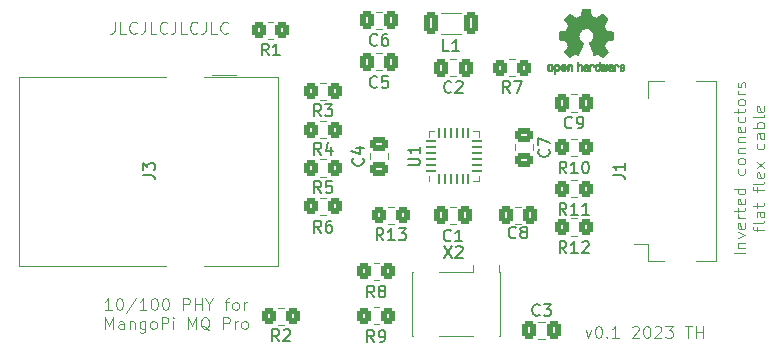
<source format=gbr>
G04 #@! TF.GenerationSoftware,KiCad,Pcbnew,7.0.7-2.fc38*
G04 #@! TF.CreationDate,2023-10-29T11:35:09+01:00*
G04 #@! TF.ProjectId,mangopimqpro-lan8720,6d616e67-6f70-4696-9d71-70726f2d6c61,rev?*
G04 #@! TF.SameCoordinates,Original*
G04 #@! TF.FileFunction,Legend,Top*
G04 #@! TF.FilePolarity,Positive*
%FSLAX46Y46*%
G04 Gerber Fmt 4.6, Leading zero omitted, Abs format (unit mm)*
G04 Created by KiCad (PCBNEW 7.0.7-2.fc38) date 2023-10-29 11:35:09*
%MOMM*%
%LPD*%
G01*
G04 APERTURE LIST*
G04 Aperture macros list*
%AMRoundRect*
0 Rectangle with rounded corners*
0 $1 Rounding radius*
0 $2 $3 $4 $5 $6 $7 $8 $9 X,Y pos of 4 corners*
0 Add a 4 corners polygon primitive as box body*
4,1,4,$2,$3,$4,$5,$6,$7,$8,$9,$2,$3,0*
0 Add four circle primitives for the rounded corners*
1,1,$1+$1,$2,$3*
1,1,$1+$1,$4,$5*
1,1,$1+$1,$6,$7*
1,1,$1+$1,$8,$9*
0 Add four rect primitives between the rounded corners*
20,1,$1+$1,$2,$3,$4,$5,0*
20,1,$1+$1,$4,$5,$6,$7,0*
20,1,$1+$1,$6,$7,$8,$9,0*
20,1,$1+$1,$8,$9,$2,$3,0*%
G04 Aperture macros list end*
%ADD10C,0.125000*%
%ADD11C,0.100000*%
%ADD12C,0.150000*%
%ADD13C,0.120000*%
%ADD14C,0.010000*%
%ADD15RoundRect,0.250000X-0.350000X-0.450000X0.350000X-0.450000X0.350000X0.450000X-0.350000X0.450000X0*%
%ADD16RoundRect,0.250000X0.350000X0.450000X-0.350000X0.450000X-0.350000X-0.450000X0.350000X-0.450000X0*%
%ADD17RoundRect,0.250000X0.337500X0.475000X-0.337500X0.475000X-0.337500X-0.475000X0.337500X-0.475000X0*%
%ADD18C,3.250000*%
%ADD19C,1.890000*%
%ADD20R,1.900000X1.900000*%
%ADD21C,1.900000*%
%ADD22C,2.600000*%
%ADD23RoundRect,0.250000X-0.475000X0.337500X-0.475000X-0.337500X0.475000X-0.337500X0.475000X0.337500X0*%
%ADD24C,5.400000*%
%ADD25RoundRect,0.062500X0.062500X-0.375000X0.062500X0.375000X-0.062500X0.375000X-0.062500X-0.375000X0*%
%ADD26RoundRect,0.062500X0.375000X-0.062500X0.375000X0.062500X-0.375000X0.062500X-0.375000X-0.062500X0*%
%ADD27R,2.500000X2.500000*%
%ADD28RoundRect,0.250000X-0.337500X-0.475000X0.337500X-0.475000X0.337500X0.475000X-0.337500X0.475000X0*%
%ADD29RoundRect,0.250000X0.362500X0.700000X-0.362500X0.700000X-0.362500X-0.700000X0.362500X-0.700000X0*%
%ADD30RoundRect,0.250000X0.475000X-0.337500X0.475000X0.337500X-0.475000X0.337500X-0.475000X-0.337500X0*%
%ADD31R,1.300000X0.300000*%
%ADD32R,2.200000X1.800000*%
%ADD33R,1.800000X2.000000*%
G04 APERTURE END LIST*
D10*
X20344140Y-51261119D02*
X19772712Y-51261119D01*
X20058426Y-51261119D02*
X20058426Y-50261119D01*
X20058426Y-50261119D02*
X19963188Y-50403976D01*
X19963188Y-50403976D02*
X19867950Y-50499214D01*
X19867950Y-50499214D02*
X19772712Y-50546833D01*
X20963188Y-50261119D02*
X21058426Y-50261119D01*
X21058426Y-50261119D02*
X21153664Y-50308738D01*
X21153664Y-50308738D02*
X21201283Y-50356357D01*
X21201283Y-50356357D02*
X21248902Y-50451595D01*
X21248902Y-50451595D02*
X21296521Y-50642071D01*
X21296521Y-50642071D02*
X21296521Y-50880166D01*
X21296521Y-50880166D02*
X21248902Y-51070642D01*
X21248902Y-51070642D02*
X21201283Y-51165880D01*
X21201283Y-51165880D02*
X21153664Y-51213500D01*
X21153664Y-51213500D02*
X21058426Y-51261119D01*
X21058426Y-51261119D02*
X20963188Y-51261119D01*
X20963188Y-51261119D02*
X20867950Y-51213500D01*
X20867950Y-51213500D02*
X20820331Y-51165880D01*
X20820331Y-51165880D02*
X20772712Y-51070642D01*
X20772712Y-51070642D02*
X20725093Y-50880166D01*
X20725093Y-50880166D02*
X20725093Y-50642071D01*
X20725093Y-50642071D02*
X20772712Y-50451595D01*
X20772712Y-50451595D02*
X20820331Y-50356357D01*
X20820331Y-50356357D02*
X20867950Y-50308738D01*
X20867950Y-50308738D02*
X20963188Y-50261119D01*
X22439378Y-50213500D02*
X21582236Y-51499214D01*
X23296521Y-51261119D02*
X22725093Y-51261119D01*
X23010807Y-51261119D02*
X23010807Y-50261119D01*
X23010807Y-50261119D02*
X22915569Y-50403976D01*
X22915569Y-50403976D02*
X22820331Y-50499214D01*
X22820331Y-50499214D02*
X22725093Y-50546833D01*
X23915569Y-50261119D02*
X24010807Y-50261119D01*
X24010807Y-50261119D02*
X24106045Y-50308738D01*
X24106045Y-50308738D02*
X24153664Y-50356357D01*
X24153664Y-50356357D02*
X24201283Y-50451595D01*
X24201283Y-50451595D02*
X24248902Y-50642071D01*
X24248902Y-50642071D02*
X24248902Y-50880166D01*
X24248902Y-50880166D02*
X24201283Y-51070642D01*
X24201283Y-51070642D02*
X24153664Y-51165880D01*
X24153664Y-51165880D02*
X24106045Y-51213500D01*
X24106045Y-51213500D02*
X24010807Y-51261119D01*
X24010807Y-51261119D02*
X23915569Y-51261119D01*
X23915569Y-51261119D02*
X23820331Y-51213500D01*
X23820331Y-51213500D02*
X23772712Y-51165880D01*
X23772712Y-51165880D02*
X23725093Y-51070642D01*
X23725093Y-51070642D02*
X23677474Y-50880166D01*
X23677474Y-50880166D02*
X23677474Y-50642071D01*
X23677474Y-50642071D02*
X23725093Y-50451595D01*
X23725093Y-50451595D02*
X23772712Y-50356357D01*
X23772712Y-50356357D02*
X23820331Y-50308738D01*
X23820331Y-50308738D02*
X23915569Y-50261119D01*
X24867950Y-50261119D02*
X24963188Y-50261119D01*
X24963188Y-50261119D02*
X25058426Y-50308738D01*
X25058426Y-50308738D02*
X25106045Y-50356357D01*
X25106045Y-50356357D02*
X25153664Y-50451595D01*
X25153664Y-50451595D02*
X25201283Y-50642071D01*
X25201283Y-50642071D02*
X25201283Y-50880166D01*
X25201283Y-50880166D02*
X25153664Y-51070642D01*
X25153664Y-51070642D02*
X25106045Y-51165880D01*
X25106045Y-51165880D02*
X25058426Y-51213500D01*
X25058426Y-51213500D02*
X24963188Y-51261119D01*
X24963188Y-51261119D02*
X24867950Y-51261119D01*
X24867950Y-51261119D02*
X24772712Y-51213500D01*
X24772712Y-51213500D02*
X24725093Y-51165880D01*
X24725093Y-51165880D02*
X24677474Y-51070642D01*
X24677474Y-51070642D02*
X24629855Y-50880166D01*
X24629855Y-50880166D02*
X24629855Y-50642071D01*
X24629855Y-50642071D02*
X24677474Y-50451595D01*
X24677474Y-50451595D02*
X24725093Y-50356357D01*
X24725093Y-50356357D02*
X24772712Y-50308738D01*
X24772712Y-50308738D02*
X24867950Y-50261119D01*
X26391760Y-51261119D02*
X26391760Y-50261119D01*
X26391760Y-50261119D02*
X26772712Y-50261119D01*
X26772712Y-50261119D02*
X26867950Y-50308738D01*
X26867950Y-50308738D02*
X26915569Y-50356357D01*
X26915569Y-50356357D02*
X26963188Y-50451595D01*
X26963188Y-50451595D02*
X26963188Y-50594452D01*
X26963188Y-50594452D02*
X26915569Y-50689690D01*
X26915569Y-50689690D02*
X26867950Y-50737309D01*
X26867950Y-50737309D02*
X26772712Y-50784928D01*
X26772712Y-50784928D02*
X26391760Y-50784928D01*
X27391760Y-51261119D02*
X27391760Y-50261119D01*
X27391760Y-50737309D02*
X27963188Y-50737309D01*
X27963188Y-51261119D02*
X27963188Y-50261119D01*
X28629855Y-50784928D02*
X28629855Y-51261119D01*
X28296522Y-50261119D02*
X28629855Y-50784928D01*
X28629855Y-50784928D02*
X28963188Y-50261119D01*
X29915570Y-50594452D02*
X30296522Y-50594452D01*
X30058427Y-51261119D02*
X30058427Y-50403976D01*
X30058427Y-50403976D02*
X30106046Y-50308738D01*
X30106046Y-50308738D02*
X30201284Y-50261119D01*
X30201284Y-50261119D02*
X30296522Y-50261119D01*
X30772713Y-51261119D02*
X30677475Y-51213500D01*
X30677475Y-51213500D02*
X30629856Y-51165880D01*
X30629856Y-51165880D02*
X30582237Y-51070642D01*
X30582237Y-51070642D02*
X30582237Y-50784928D01*
X30582237Y-50784928D02*
X30629856Y-50689690D01*
X30629856Y-50689690D02*
X30677475Y-50642071D01*
X30677475Y-50642071D02*
X30772713Y-50594452D01*
X30772713Y-50594452D02*
X30915570Y-50594452D01*
X30915570Y-50594452D02*
X31010808Y-50642071D01*
X31010808Y-50642071D02*
X31058427Y-50689690D01*
X31058427Y-50689690D02*
X31106046Y-50784928D01*
X31106046Y-50784928D02*
X31106046Y-51070642D01*
X31106046Y-51070642D02*
X31058427Y-51165880D01*
X31058427Y-51165880D02*
X31010808Y-51213500D01*
X31010808Y-51213500D02*
X30915570Y-51261119D01*
X30915570Y-51261119D02*
X30772713Y-51261119D01*
X31534618Y-51261119D02*
X31534618Y-50594452D01*
X31534618Y-50784928D02*
X31582237Y-50689690D01*
X31582237Y-50689690D02*
X31629856Y-50642071D01*
X31629856Y-50642071D02*
X31725094Y-50594452D01*
X31725094Y-50594452D02*
X31820332Y-50594452D01*
X19820331Y-52871119D02*
X19820331Y-51871119D01*
X19820331Y-51871119D02*
X20153664Y-52585404D01*
X20153664Y-52585404D02*
X20486997Y-51871119D01*
X20486997Y-51871119D02*
X20486997Y-52871119D01*
X21391759Y-52871119D02*
X21391759Y-52347309D01*
X21391759Y-52347309D02*
X21344140Y-52252071D01*
X21344140Y-52252071D02*
X21248902Y-52204452D01*
X21248902Y-52204452D02*
X21058426Y-52204452D01*
X21058426Y-52204452D02*
X20963188Y-52252071D01*
X21391759Y-52823500D02*
X21296521Y-52871119D01*
X21296521Y-52871119D02*
X21058426Y-52871119D01*
X21058426Y-52871119D02*
X20963188Y-52823500D01*
X20963188Y-52823500D02*
X20915569Y-52728261D01*
X20915569Y-52728261D02*
X20915569Y-52633023D01*
X20915569Y-52633023D02*
X20963188Y-52537785D01*
X20963188Y-52537785D02*
X21058426Y-52490166D01*
X21058426Y-52490166D02*
X21296521Y-52490166D01*
X21296521Y-52490166D02*
X21391759Y-52442547D01*
X21867950Y-52204452D02*
X21867950Y-52871119D01*
X21867950Y-52299690D02*
X21915569Y-52252071D01*
X21915569Y-52252071D02*
X22010807Y-52204452D01*
X22010807Y-52204452D02*
X22153664Y-52204452D01*
X22153664Y-52204452D02*
X22248902Y-52252071D01*
X22248902Y-52252071D02*
X22296521Y-52347309D01*
X22296521Y-52347309D02*
X22296521Y-52871119D01*
X23201283Y-52204452D02*
X23201283Y-53013976D01*
X23201283Y-53013976D02*
X23153664Y-53109214D01*
X23153664Y-53109214D02*
X23106045Y-53156833D01*
X23106045Y-53156833D02*
X23010807Y-53204452D01*
X23010807Y-53204452D02*
X22867950Y-53204452D01*
X22867950Y-53204452D02*
X22772712Y-53156833D01*
X23201283Y-52823500D02*
X23106045Y-52871119D01*
X23106045Y-52871119D02*
X22915569Y-52871119D01*
X22915569Y-52871119D02*
X22820331Y-52823500D01*
X22820331Y-52823500D02*
X22772712Y-52775880D01*
X22772712Y-52775880D02*
X22725093Y-52680642D01*
X22725093Y-52680642D02*
X22725093Y-52394928D01*
X22725093Y-52394928D02*
X22772712Y-52299690D01*
X22772712Y-52299690D02*
X22820331Y-52252071D01*
X22820331Y-52252071D02*
X22915569Y-52204452D01*
X22915569Y-52204452D02*
X23106045Y-52204452D01*
X23106045Y-52204452D02*
X23201283Y-52252071D01*
X23820331Y-52871119D02*
X23725093Y-52823500D01*
X23725093Y-52823500D02*
X23677474Y-52775880D01*
X23677474Y-52775880D02*
X23629855Y-52680642D01*
X23629855Y-52680642D02*
X23629855Y-52394928D01*
X23629855Y-52394928D02*
X23677474Y-52299690D01*
X23677474Y-52299690D02*
X23725093Y-52252071D01*
X23725093Y-52252071D02*
X23820331Y-52204452D01*
X23820331Y-52204452D02*
X23963188Y-52204452D01*
X23963188Y-52204452D02*
X24058426Y-52252071D01*
X24058426Y-52252071D02*
X24106045Y-52299690D01*
X24106045Y-52299690D02*
X24153664Y-52394928D01*
X24153664Y-52394928D02*
X24153664Y-52680642D01*
X24153664Y-52680642D02*
X24106045Y-52775880D01*
X24106045Y-52775880D02*
X24058426Y-52823500D01*
X24058426Y-52823500D02*
X23963188Y-52871119D01*
X23963188Y-52871119D02*
X23820331Y-52871119D01*
X24582236Y-52871119D02*
X24582236Y-51871119D01*
X24582236Y-51871119D02*
X24963188Y-51871119D01*
X24963188Y-51871119D02*
X25058426Y-51918738D01*
X25058426Y-51918738D02*
X25106045Y-51966357D01*
X25106045Y-51966357D02*
X25153664Y-52061595D01*
X25153664Y-52061595D02*
X25153664Y-52204452D01*
X25153664Y-52204452D02*
X25106045Y-52299690D01*
X25106045Y-52299690D02*
X25058426Y-52347309D01*
X25058426Y-52347309D02*
X24963188Y-52394928D01*
X24963188Y-52394928D02*
X24582236Y-52394928D01*
X25582236Y-52871119D02*
X25582236Y-52204452D01*
X25582236Y-51871119D02*
X25534617Y-51918738D01*
X25534617Y-51918738D02*
X25582236Y-51966357D01*
X25582236Y-51966357D02*
X25629855Y-51918738D01*
X25629855Y-51918738D02*
X25582236Y-51871119D01*
X25582236Y-51871119D02*
X25582236Y-51966357D01*
X26820331Y-52871119D02*
X26820331Y-51871119D01*
X26820331Y-51871119D02*
X27153664Y-52585404D01*
X27153664Y-52585404D02*
X27486997Y-51871119D01*
X27486997Y-51871119D02*
X27486997Y-52871119D01*
X28629854Y-52966357D02*
X28534616Y-52918738D01*
X28534616Y-52918738D02*
X28439378Y-52823500D01*
X28439378Y-52823500D02*
X28296521Y-52680642D01*
X28296521Y-52680642D02*
X28201283Y-52633023D01*
X28201283Y-52633023D02*
X28106045Y-52633023D01*
X28153664Y-52871119D02*
X28058426Y-52823500D01*
X28058426Y-52823500D02*
X27963188Y-52728261D01*
X27963188Y-52728261D02*
X27915569Y-52537785D01*
X27915569Y-52537785D02*
X27915569Y-52204452D01*
X27915569Y-52204452D02*
X27963188Y-52013976D01*
X27963188Y-52013976D02*
X28058426Y-51918738D01*
X28058426Y-51918738D02*
X28153664Y-51871119D01*
X28153664Y-51871119D02*
X28344140Y-51871119D01*
X28344140Y-51871119D02*
X28439378Y-51918738D01*
X28439378Y-51918738D02*
X28534616Y-52013976D01*
X28534616Y-52013976D02*
X28582235Y-52204452D01*
X28582235Y-52204452D02*
X28582235Y-52537785D01*
X28582235Y-52537785D02*
X28534616Y-52728261D01*
X28534616Y-52728261D02*
X28439378Y-52823500D01*
X28439378Y-52823500D02*
X28344140Y-52871119D01*
X28344140Y-52871119D02*
X28153664Y-52871119D01*
X29772712Y-52871119D02*
X29772712Y-51871119D01*
X29772712Y-51871119D02*
X30153664Y-51871119D01*
X30153664Y-51871119D02*
X30248902Y-51918738D01*
X30248902Y-51918738D02*
X30296521Y-51966357D01*
X30296521Y-51966357D02*
X30344140Y-52061595D01*
X30344140Y-52061595D02*
X30344140Y-52204452D01*
X30344140Y-52204452D02*
X30296521Y-52299690D01*
X30296521Y-52299690D02*
X30248902Y-52347309D01*
X30248902Y-52347309D02*
X30153664Y-52394928D01*
X30153664Y-52394928D02*
X29772712Y-52394928D01*
X30772712Y-52871119D02*
X30772712Y-52204452D01*
X30772712Y-52394928D02*
X30820331Y-52299690D01*
X30820331Y-52299690D02*
X30867950Y-52252071D01*
X30867950Y-52252071D02*
X30963188Y-52204452D01*
X30963188Y-52204452D02*
X31058426Y-52204452D01*
X31534617Y-52871119D02*
X31439379Y-52823500D01*
X31439379Y-52823500D02*
X31391760Y-52775880D01*
X31391760Y-52775880D02*
X31344141Y-52680642D01*
X31344141Y-52680642D02*
X31344141Y-52394928D01*
X31344141Y-52394928D02*
X31391760Y-52299690D01*
X31391760Y-52299690D02*
X31439379Y-52252071D01*
X31439379Y-52252071D02*
X31534617Y-52204452D01*
X31534617Y-52204452D02*
X31677474Y-52204452D01*
X31677474Y-52204452D02*
X31772712Y-52252071D01*
X31772712Y-52252071D02*
X31820331Y-52299690D01*
X31820331Y-52299690D02*
X31867950Y-52394928D01*
X31867950Y-52394928D02*
X31867950Y-52680642D01*
X31867950Y-52680642D02*
X31820331Y-52775880D01*
X31820331Y-52775880D02*
X31772712Y-52823500D01*
X31772712Y-52823500D02*
X31677474Y-52871119D01*
X31677474Y-52871119D02*
X31534617Y-52871119D01*
D11*
X74012419Y-46464286D02*
X73012419Y-46464286D01*
X73345752Y-45988096D02*
X74012419Y-45988096D01*
X73440990Y-45988096D02*
X73393371Y-45940477D01*
X73393371Y-45940477D02*
X73345752Y-45845239D01*
X73345752Y-45845239D02*
X73345752Y-45702382D01*
X73345752Y-45702382D02*
X73393371Y-45607144D01*
X73393371Y-45607144D02*
X73488609Y-45559525D01*
X73488609Y-45559525D02*
X74012419Y-45559525D01*
X73345752Y-45178572D02*
X74012419Y-44940477D01*
X74012419Y-44940477D02*
X73345752Y-44702382D01*
X73964800Y-43940477D02*
X74012419Y-44035715D01*
X74012419Y-44035715D02*
X74012419Y-44226191D01*
X74012419Y-44226191D02*
X73964800Y-44321429D01*
X73964800Y-44321429D02*
X73869561Y-44369048D01*
X73869561Y-44369048D02*
X73488609Y-44369048D01*
X73488609Y-44369048D02*
X73393371Y-44321429D01*
X73393371Y-44321429D02*
X73345752Y-44226191D01*
X73345752Y-44226191D02*
X73345752Y-44035715D01*
X73345752Y-44035715D02*
X73393371Y-43940477D01*
X73393371Y-43940477D02*
X73488609Y-43892858D01*
X73488609Y-43892858D02*
X73583847Y-43892858D01*
X73583847Y-43892858D02*
X73679085Y-44369048D01*
X74012419Y-43464286D02*
X73345752Y-43464286D01*
X73536228Y-43464286D02*
X73440990Y-43416667D01*
X73440990Y-43416667D02*
X73393371Y-43369048D01*
X73393371Y-43369048D02*
X73345752Y-43273810D01*
X73345752Y-43273810D02*
X73345752Y-43178572D01*
X73345752Y-42988095D02*
X73345752Y-42607143D01*
X73012419Y-42845238D02*
X73869561Y-42845238D01*
X73869561Y-42845238D02*
X73964800Y-42797619D01*
X73964800Y-42797619D02*
X74012419Y-42702381D01*
X74012419Y-42702381D02*
X74012419Y-42607143D01*
X73964800Y-41892857D02*
X74012419Y-41988095D01*
X74012419Y-41988095D02*
X74012419Y-42178571D01*
X74012419Y-42178571D02*
X73964800Y-42273809D01*
X73964800Y-42273809D02*
X73869561Y-42321428D01*
X73869561Y-42321428D02*
X73488609Y-42321428D01*
X73488609Y-42321428D02*
X73393371Y-42273809D01*
X73393371Y-42273809D02*
X73345752Y-42178571D01*
X73345752Y-42178571D02*
X73345752Y-41988095D01*
X73345752Y-41988095D02*
X73393371Y-41892857D01*
X73393371Y-41892857D02*
X73488609Y-41845238D01*
X73488609Y-41845238D02*
X73583847Y-41845238D01*
X73583847Y-41845238D02*
X73679085Y-42321428D01*
X74012419Y-40988095D02*
X73012419Y-40988095D01*
X73964800Y-40988095D02*
X74012419Y-41083333D01*
X74012419Y-41083333D02*
X74012419Y-41273809D01*
X74012419Y-41273809D02*
X73964800Y-41369047D01*
X73964800Y-41369047D02*
X73917180Y-41416666D01*
X73917180Y-41416666D02*
X73821942Y-41464285D01*
X73821942Y-41464285D02*
X73536228Y-41464285D01*
X73536228Y-41464285D02*
X73440990Y-41416666D01*
X73440990Y-41416666D02*
X73393371Y-41369047D01*
X73393371Y-41369047D02*
X73345752Y-41273809D01*
X73345752Y-41273809D02*
X73345752Y-41083333D01*
X73345752Y-41083333D02*
X73393371Y-40988095D01*
X73964800Y-39321428D02*
X74012419Y-39416666D01*
X74012419Y-39416666D02*
X74012419Y-39607142D01*
X74012419Y-39607142D02*
X73964800Y-39702380D01*
X73964800Y-39702380D02*
X73917180Y-39749999D01*
X73917180Y-39749999D02*
X73821942Y-39797618D01*
X73821942Y-39797618D02*
X73536228Y-39797618D01*
X73536228Y-39797618D02*
X73440990Y-39749999D01*
X73440990Y-39749999D02*
X73393371Y-39702380D01*
X73393371Y-39702380D02*
X73345752Y-39607142D01*
X73345752Y-39607142D02*
X73345752Y-39416666D01*
X73345752Y-39416666D02*
X73393371Y-39321428D01*
X74012419Y-38749999D02*
X73964800Y-38845237D01*
X73964800Y-38845237D02*
X73917180Y-38892856D01*
X73917180Y-38892856D02*
X73821942Y-38940475D01*
X73821942Y-38940475D02*
X73536228Y-38940475D01*
X73536228Y-38940475D02*
X73440990Y-38892856D01*
X73440990Y-38892856D02*
X73393371Y-38845237D01*
X73393371Y-38845237D02*
X73345752Y-38749999D01*
X73345752Y-38749999D02*
X73345752Y-38607142D01*
X73345752Y-38607142D02*
X73393371Y-38511904D01*
X73393371Y-38511904D02*
X73440990Y-38464285D01*
X73440990Y-38464285D02*
X73536228Y-38416666D01*
X73536228Y-38416666D02*
X73821942Y-38416666D01*
X73821942Y-38416666D02*
X73917180Y-38464285D01*
X73917180Y-38464285D02*
X73964800Y-38511904D01*
X73964800Y-38511904D02*
X74012419Y-38607142D01*
X74012419Y-38607142D02*
X74012419Y-38749999D01*
X73345752Y-37988094D02*
X74012419Y-37988094D01*
X73440990Y-37988094D02*
X73393371Y-37940475D01*
X73393371Y-37940475D02*
X73345752Y-37845237D01*
X73345752Y-37845237D02*
X73345752Y-37702380D01*
X73345752Y-37702380D02*
X73393371Y-37607142D01*
X73393371Y-37607142D02*
X73488609Y-37559523D01*
X73488609Y-37559523D02*
X74012419Y-37559523D01*
X73345752Y-37083332D02*
X74012419Y-37083332D01*
X73440990Y-37083332D02*
X73393371Y-37035713D01*
X73393371Y-37035713D02*
X73345752Y-36940475D01*
X73345752Y-36940475D02*
X73345752Y-36797618D01*
X73345752Y-36797618D02*
X73393371Y-36702380D01*
X73393371Y-36702380D02*
X73488609Y-36654761D01*
X73488609Y-36654761D02*
X74012419Y-36654761D01*
X73964800Y-35797618D02*
X74012419Y-35892856D01*
X74012419Y-35892856D02*
X74012419Y-36083332D01*
X74012419Y-36083332D02*
X73964800Y-36178570D01*
X73964800Y-36178570D02*
X73869561Y-36226189D01*
X73869561Y-36226189D02*
X73488609Y-36226189D01*
X73488609Y-36226189D02*
X73393371Y-36178570D01*
X73393371Y-36178570D02*
X73345752Y-36083332D01*
X73345752Y-36083332D02*
X73345752Y-35892856D01*
X73345752Y-35892856D02*
X73393371Y-35797618D01*
X73393371Y-35797618D02*
X73488609Y-35749999D01*
X73488609Y-35749999D02*
X73583847Y-35749999D01*
X73583847Y-35749999D02*
X73679085Y-36226189D01*
X73964800Y-34892856D02*
X74012419Y-34988094D01*
X74012419Y-34988094D02*
X74012419Y-35178570D01*
X74012419Y-35178570D02*
X73964800Y-35273808D01*
X73964800Y-35273808D02*
X73917180Y-35321427D01*
X73917180Y-35321427D02*
X73821942Y-35369046D01*
X73821942Y-35369046D02*
X73536228Y-35369046D01*
X73536228Y-35369046D02*
X73440990Y-35321427D01*
X73440990Y-35321427D02*
X73393371Y-35273808D01*
X73393371Y-35273808D02*
X73345752Y-35178570D01*
X73345752Y-35178570D02*
X73345752Y-34988094D01*
X73345752Y-34988094D02*
X73393371Y-34892856D01*
X73345752Y-34607141D02*
X73345752Y-34226189D01*
X73012419Y-34464284D02*
X73869561Y-34464284D01*
X73869561Y-34464284D02*
X73964800Y-34416665D01*
X73964800Y-34416665D02*
X74012419Y-34321427D01*
X74012419Y-34321427D02*
X74012419Y-34226189D01*
X74012419Y-33749998D02*
X73964800Y-33845236D01*
X73964800Y-33845236D02*
X73917180Y-33892855D01*
X73917180Y-33892855D02*
X73821942Y-33940474D01*
X73821942Y-33940474D02*
X73536228Y-33940474D01*
X73536228Y-33940474D02*
X73440990Y-33892855D01*
X73440990Y-33892855D02*
X73393371Y-33845236D01*
X73393371Y-33845236D02*
X73345752Y-33749998D01*
X73345752Y-33749998D02*
X73345752Y-33607141D01*
X73345752Y-33607141D02*
X73393371Y-33511903D01*
X73393371Y-33511903D02*
X73440990Y-33464284D01*
X73440990Y-33464284D02*
X73536228Y-33416665D01*
X73536228Y-33416665D02*
X73821942Y-33416665D01*
X73821942Y-33416665D02*
X73917180Y-33464284D01*
X73917180Y-33464284D02*
X73964800Y-33511903D01*
X73964800Y-33511903D02*
X74012419Y-33607141D01*
X74012419Y-33607141D02*
X74012419Y-33749998D01*
X74012419Y-32988093D02*
X73345752Y-32988093D01*
X73536228Y-32988093D02*
X73440990Y-32940474D01*
X73440990Y-32940474D02*
X73393371Y-32892855D01*
X73393371Y-32892855D02*
X73345752Y-32797617D01*
X73345752Y-32797617D02*
X73345752Y-32702379D01*
X73964800Y-32416664D02*
X74012419Y-32321426D01*
X74012419Y-32321426D02*
X74012419Y-32130950D01*
X74012419Y-32130950D02*
X73964800Y-32035712D01*
X73964800Y-32035712D02*
X73869561Y-31988093D01*
X73869561Y-31988093D02*
X73821942Y-31988093D01*
X73821942Y-31988093D02*
X73726704Y-32035712D01*
X73726704Y-32035712D02*
X73679085Y-32130950D01*
X73679085Y-32130950D02*
X73679085Y-32273807D01*
X73679085Y-32273807D02*
X73631466Y-32369045D01*
X73631466Y-32369045D02*
X73536228Y-32416664D01*
X73536228Y-32416664D02*
X73488609Y-32416664D01*
X73488609Y-32416664D02*
X73393371Y-32369045D01*
X73393371Y-32369045D02*
X73345752Y-32273807D01*
X73345752Y-32273807D02*
X73345752Y-32130950D01*
X73345752Y-32130950D02*
X73393371Y-32035712D01*
X74955752Y-44607144D02*
X74955752Y-44226192D01*
X75622419Y-44464287D02*
X74765276Y-44464287D01*
X74765276Y-44464287D02*
X74670038Y-44416668D01*
X74670038Y-44416668D02*
X74622419Y-44321430D01*
X74622419Y-44321430D02*
X74622419Y-44226192D01*
X75622419Y-43750001D02*
X75574800Y-43845239D01*
X75574800Y-43845239D02*
X75479561Y-43892858D01*
X75479561Y-43892858D02*
X74622419Y-43892858D01*
X75622419Y-42940477D02*
X75098609Y-42940477D01*
X75098609Y-42940477D02*
X75003371Y-42988096D01*
X75003371Y-42988096D02*
X74955752Y-43083334D01*
X74955752Y-43083334D02*
X74955752Y-43273810D01*
X74955752Y-43273810D02*
X75003371Y-43369048D01*
X75574800Y-42940477D02*
X75622419Y-43035715D01*
X75622419Y-43035715D02*
X75622419Y-43273810D01*
X75622419Y-43273810D02*
X75574800Y-43369048D01*
X75574800Y-43369048D02*
X75479561Y-43416667D01*
X75479561Y-43416667D02*
X75384323Y-43416667D01*
X75384323Y-43416667D02*
X75289085Y-43369048D01*
X75289085Y-43369048D02*
X75241466Y-43273810D01*
X75241466Y-43273810D02*
X75241466Y-43035715D01*
X75241466Y-43035715D02*
X75193847Y-42940477D01*
X74955752Y-42607143D02*
X74955752Y-42226191D01*
X74622419Y-42464286D02*
X75479561Y-42464286D01*
X75479561Y-42464286D02*
X75574800Y-42416667D01*
X75574800Y-42416667D02*
X75622419Y-42321429D01*
X75622419Y-42321429D02*
X75622419Y-42226191D01*
X74955752Y-41273809D02*
X74955752Y-40892857D01*
X75622419Y-41130952D02*
X74765276Y-41130952D01*
X74765276Y-41130952D02*
X74670038Y-41083333D01*
X74670038Y-41083333D02*
X74622419Y-40988095D01*
X74622419Y-40988095D02*
X74622419Y-40892857D01*
X75622419Y-40416666D02*
X75574800Y-40511904D01*
X75574800Y-40511904D02*
X75479561Y-40559523D01*
X75479561Y-40559523D02*
X74622419Y-40559523D01*
X75574800Y-39654761D02*
X75622419Y-39749999D01*
X75622419Y-39749999D02*
X75622419Y-39940475D01*
X75622419Y-39940475D02*
X75574800Y-40035713D01*
X75574800Y-40035713D02*
X75479561Y-40083332D01*
X75479561Y-40083332D02*
X75098609Y-40083332D01*
X75098609Y-40083332D02*
X75003371Y-40035713D01*
X75003371Y-40035713D02*
X74955752Y-39940475D01*
X74955752Y-39940475D02*
X74955752Y-39749999D01*
X74955752Y-39749999D02*
X75003371Y-39654761D01*
X75003371Y-39654761D02*
X75098609Y-39607142D01*
X75098609Y-39607142D02*
X75193847Y-39607142D01*
X75193847Y-39607142D02*
X75289085Y-40083332D01*
X75622419Y-39273808D02*
X74955752Y-38749999D01*
X74955752Y-39273808D02*
X75622419Y-38749999D01*
X75574800Y-37178570D02*
X75622419Y-37273808D01*
X75622419Y-37273808D02*
X75622419Y-37464284D01*
X75622419Y-37464284D02*
X75574800Y-37559522D01*
X75574800Y-37559522D02*
X75527180Y-37607141D01*
X75527180Y-37607141D02*
X75431942Y-37654760D01*
X75431942Y-37654760D02*
X75146228Y-37654760D01*
X75146228Y-37654760D02*
X75050990Y-37607141D01*
X75050990Y-37607141D02*
X75003371Y-37559522D01*
X75003371Y-37559522D02*
X74955752Y-37464284D01*
X74955752Y-37464284D02*
X74955752Y-37273808D01*
X74955752Y-37273808D02*
X75003371Y-37178570D01*
X75622419Y-36321427D02*
X75098609Y-36321427D01*
X75098609Y-36321427D02*
X75003371Y-36369046D01*
X75003371Y-36369046D02*
X74955752Y-36464284D01*
X74955752Y-36464284D02*
X74955752Y-36654760D01*
X74955752Y-36654760D02*
X75003371Y-36749998D01*
X75574800Y-36321427D02*
X75622419Y-36416665D01*
X75622419Y-36416665D02*
X75622419Y-36654760D01*
X75622419Y-36654760D02*
X75574800Y-36749998D01*
X75574800Y-36749998D02*
X75479561Y-36797617D01*
X75479561Y-36797617D02*
X75384323Y-36797617D01*
X75384323Y-36797617D02*
X75289085Y-36749998D01*
X75289085Y-36749998D02*
X75241466Y-36654760D01*
X75241466Y-36654760D02*
X75241466Y-36416665D01*
X75241466Y-36416665D02*
X75193847Y-36321427D01*
X75622419Y-35845236D02*
X74622419Y-35845236D01*
X75003371Y-35845236D02*
X74955752Y-35749998D01*
X74955752Y-35749998D02*
X74955752Y-35559522D01*
X74955752Y-35559522D02*
X75003371Y-35464284D01*
X75003371Y-35464284D02*
X75050990Y-35416665D01*
X75050990Y-35416665D02*
X75146228Y-35369046D01*
X75146228Y-35369046D02*
X75431942Y-35369046D01*
X75431942Y-35369046D02*
X75527180Y-35416665D01*
X75527180Y-35416665D02*
X75574800Y-35464284D01*
X75574800Y-35464284D02*
X75622419Y-35559522D01*
X75622419Y-35559522D02*
X75622419Y-35749998D01*
X75622419Y-35749998D02*
X75574800Y-35845236D01*
X75622419Y-34797617D02*
X75574800Y-34892855D01*
X75574800Y-34892855D02*
X75479561Y-34940474D01*
X75479561Y-34940474D02*
X74622419Y-34940474D01*
X75574800Y-34035712D02*
X75622419Y-34130950D01*
X75622419Y-34130950D02*
X75622419Y-34321426D01*
X75622419Y-34321426D02*
X75574800Y-34416664D01*
X75574800Y-34416664D02*
X75479561Y-34464283D01*
X75479561Y-34464283D02*
X75098609Y-34464283D01*
X75098609Y-34464283D02*
X75003371Y-34416664D01*
X75003371Y-34416664D02*
X74955752Y-34321426D01*
X74955752Y-34321426D02*
X74955752Y-34130950D01*
X74955752Y-34130950D02*
X75003371Y-34035712D01*
X75003371Y-34035712D02*
X75098609Y-33988093D01*
X75098609Y-33988093D02*
X75193847Y-33988093D01*
X75193847Y-33988093D02*
X75289085Y-34464283D01*
D10*
X60475093Y-52954452D02*
X60713188Y-53621119D01*
X60713188Y-53621119D02*
X60951283Y-52954452D01*
X61522712Y-52621119D02*
X61617950Y-52621119D01*
X61617950Y-52621119D02*
X61713188Y-52668738D01*
X61713188Y-52668738D02*
X61760807Y-52716357D01*
X61760807Y-52716357D02*
X61808426Y-52811595D01*
X61808426Y-52811595D02*
X61856045Y-53002071D01*
X61856045Y-53002071D02*
X61856045Y-53240166D01*
X61856045Y-53240166D02*
X61808426Y-53430642D01*
X61808426Y-53430642D02*
X61760807Y-53525880D01*
X61760807Y-53525880D02*
X61713188Y-53573500D01*
X61713188Y-53573500D02*
X61617950Y-53621119D01*
X61617950Y-53621119D02*
X61522712Y-53621119D01*
X61522712Y-53621119D02*
X61427474Y-53573500D01*
X61427474Y-53573500D02*
X61379855Y-53525880D01*
X61379855Y-53525880D02*
X61332236Y-53430642D01*
X61332236Y-53430642D02*
X61284617Y-53240166D01*
X61284617Y-53240166D02*
X61284617Y-53002071D01*
X61284617Y-53002071D02*
X61332236Y-52811595D01*
X61332236Y-52811595D02*
X61379855Y-52716357D01*
X61379855Y-52716357D02*
X61427474Y-52668738D01*
X61427474Y-52668738D02*
X61522712Y-52621119D01*
X62284617Y-53525880D02*
X62332236Y-53573500D01*
X62332236Y-53573500D02*
X62284617Y-53621119D01*
X62284617Y-53621119D02*
X62236998Y-53573500D01*
X62236998Y-53573500D02*
X62284617Y-53525880D01*
X62284617Y-53525880D02*
X62284617Y-53621119D01*
X63284616Y-53621119D02*
X62713188Y-53621119D01*
X62998902Y-53621119D02*
X62998902Y-52621119D01*
X62998902Y-52621119D02*
X62903664Y-52763976D01*
X62903664Y-52763976D02*
X62808426Y-52859214D01*
X62808426Y-52859214D02*
X62713188Y-52906833D01*
X64427474Y-52716357D02*
X64475093Y-52668738D01*
X64475093Y-52668738D02*
X64570331Y-52621119D01*
X64570331Y-52621119D02*
X64808426Y-52621119D01*
X64808426Y-52621119D02*
X64903664Y-52668738D01*
X64903664Y-52668738D02*
X64951283Y-52716357D01*
X64951283Y-52716357D02*
X64998902Y-52811595D01*
X64998902Y-52811595D02*
X64998902Y-52906833D01*
X64998902Y-52906833D02*
X64951283Y-53049690D01*
X64951283Y-53049690D02*
X64379855Y-53621119D01*
X64379855Y-53621119D02*
X64998902Y-53621119D01*
X65617950Y-52621119D02*
X65713188Y-52621119D01*
X65713188Y-52621119D02*
X65808426Y-52668738D01*
X65808426Y-52668738D02*
X65856045Y-52716357D01*
X65856045Y-52716357D02*
X65903664Y-52811595D01*
X65903664Y-52811595D02*
X65951283Y-53002071D01*
X65951283Y-53002071D02*
X65951283Y-53240166D01*
X65951283Y-53240166D02*
X65903664Y-53430642D01*
X65903664Y-53430642D02*
X65856045Y-53525880D01*
X65856045Y-53525880D02*
X65808426Y-53573500D01*
X65808426Y-53573500D02*
X65713188Y-53621119D01*
X65713188Y-53621119D02*
X65617950Y-53621119D01*
X65617950Y-53621119D02*
X65522712Y-53573500D01*
X65522712Y-53573500D02*
X65475093Y-53525880D01*
X65475093Y-53525880D02*
X65427474Y-53430642D01*
X65427474Y-53430642D02*
X65379855Y-53240166D01*
X65379855Y-53240166D02*
X65379855Y-53002071D01*
X65379855Y-53002071D02*
X65427474Y-52811595D01*
X65427474Y-52811595D02*
X65475093Y-52716357D01*
X65475093Y-52716357D02*
X65522712Y-52668738D01*
X65522712Y-52668738D02*
X65617950Y-52621119D01*
X66332236Y-52716357D02*
X66379855Y-52668738D01*
X66379855Y-52668738D02*
X66475093Y-52621119D01*
X66475093Y-52621119D02*
X66713188Y-52621119D01*
X66713188Y-52621119D02*
X66808426Y-52668738D01*
X66808426Y-52668738D02*
X66856045Y-52716357D01*
X66856045Y-52716357D02*
X66903664Y-52811595D01*
X66903664Y-52811595D02*
X66903664Y-52906833D01*
X66903664Y-52906833D02*
X66856045Y-53049690D01*
X66856045Y-53049690D02*
X66284617Y-53621119D01*
X66284617Y-53621119D02*
X66903664Y-53621119D01*
X67236998Y-52621119D02*
X67856045Y-52621119D01*
X67856045Y-52621119D02*
X67522712Y-53002071D01*
X67522712Y-53002071D02*
X67665569Y-53002071D01*
X67665569Y-53002071D02*
X67760807Y-53049690D01*
X67760807Y-53049690D02*
X67808426Y-53097309D01*
X67808426Y-53097309D02*
X67856045Y-53192547D01*
X67856045Y-53192547D02*
X67856045Y-53430642D01*
X67856045Y-53430642D02*
X67808426Y-53525880D01*
X67808426Y-53525880D02*
X67760807Y-53573500D01*
X67760807Y-53573500D02*
X67665569Y-53621119D01*
X67665569Y-53621119D02*
X67379855Y-53621119D01*
X67379855Y-53621119D02*
X67284617Y-53573500D01*
X67284617Y-53573500D02*
X67236998Y-53525880D01*
X68903665Y-52621119D02*
X69475093Y-52621119D01*
X69189379Y-53621119D02*
X69189379Y-52621119D01*
X69808427Y-53621119D02*
X69808427Y-52621119D01*
X69808427Y-53097309D02*
X70379855Y-53097309D01*
X70379855Y-53621119D02*
X70379855Y-52621119D01*
X20606045Y-26871119D02*
X20606045Y-27585404D01*
X20606045Y-27585404D02*
X20558426Y-27728261D01*
X20558426Y-27728261D02*
X20463188Y-27823500D01*
X20463188Y-27823500D02*
X20320331Y-27871119D01*
X20320331Y-27871119D02*
X20225093Y-27871119D01*
X21558426Y-27871119D02*
X21082236Y-27871119D01*
X21082236Y-27871119D02*
X21082236Y-26871119D01*
X22463188Y-27775880D02*
X22415569Y-27823500D01*
X22415569Y-27823500D02*
X22272712Y-27871119D01*
X22272712Y-27871119D02*
X22177474Y-27871119D01*
X22177474Y-27871119D02*
X22034617Y-27823500D01*
X22034617Y-27823500D02*
X21939379Y-27728261D01*
X21939379Y-27728261D02*
X21891760Y-27633023D01*
X21891760Y-27633023D02*
X21844141Y-27442547D01*
X21844141Y-27442547D02*
X21844141Y-27299690D01*
X21844141Y-27299690D02*
X21891760Y-27109214D01*
X21891760Y-27109214D02*
X21939379Y-27013976D01*
X21939379Y-27013976D02*
X22034617Y-26918738D01*
X22034617Y-26918738D02*
X22177474Y-26871119D01*
X22177474Y-26871119D02*
X22272712Y-26871119D01*
X22272712Y-26871119D02*
X22415569Y-26918738D01*
X22415569Y-26918738D02*
X22463188Y-26966357D01*
X23177474Y-26871119D02*
X23177474Y-27585404D01*
X23177474Y-27585404D02*
X23129855Y-27728261D01*
X23129855Y-27728261D02*
X23034617Y-27823500D01*
X23034617Y-27823500D02*
X22891760Y-27871119D01*
X22891760Y-27871119D02*
X22796522Y-27871119D01*
X24129855Y-27871119D02*
X23653665Y-27871119D01*
X23653665Y-27871119D02*
X23653665Y-26871119D01*
X25034617Y-27775880D02*
X24986998Y-27823500D01*
X24986998Y-27823500D02*
X24844141Y-27871119D01*
X24844141Y-27871119D02*
X24748903Y-27871119D01*
X24748903Y-27871119D02*
X24606046Y-27823500D01*
X24606046Y-27823500D02*
X24510808Y-27728261D01*
X24510808Y-27728261D02*
X24463189Y-27633023D01*
X24463189Y-27633023D02*
X24415570Y-27442547D01*
X24415570Y-27442547D02*
X24415570Y-27299690D01*
X24415570Y-27299690D02*
X24463189Y-27109214D01*
X24463189Y-27109214D02*
X24510808Y-27013976D01*
X24510808Y-27013976D02*
X24606046Y-26918738D01*
X24606046Y-26918738D02*
X24748903Y-26871119D01*
X24748903Y-26871119D02*
X24844141Y-26871119D01*
X24844141Y-26871119D02*
X24986998Y-26918738D01*
X24986998Y-26918738D02*
X25034617Y-26966357D01*
X25748903Y-26871119D02*
X25748903Y-27585404D01*
X25748903Y-27585404D02*
X25701284Y-27728261D01*
X25701284Y-27728261D02*
X25606046Y-27823500D01*
X25606046Y-27823500D02*
X25463189Y-27871119D01*
X25463189Y-27871119D02*
X25367951Y-27871119D01*
X26701284Y-27871119D02*
X26225094Y-27871119D01*
X26225094Y-27871119D02*
X26225094Y-26871119D01*
X27606046Y-27775880D02*
X27558427Y-27823500D01*
X27558427Y-27823500D02*
X27415570Y-27871119D01*
X27415570Y-27871119D02*
X27320332Y-27871119D01*
X27320332Y-27871119D02*
X27177475Y-27823500D01*
X27177475Y-27823500D02*
X27082237Y-27728261D01*
X27082237Y-27728261D02*
X27034618Y-27633023D01*
X27034618Y-27633023D02*
X26986999Y-27442547D01*
X26986999Y-27442547D02*
X26986999Y-27299690D01*
X26986999Y-27299690D02*
X27034618Y-27109214D01*
X27034618Y-27109214D02*
X27082237Y-27013976D01*
X27082237Y-27013976D02*
X27177475Y-26918738D01*
X27177475Y-26918738D02*
X27320332Y-26871119D01*
X27320332Y-26871119D02*
X27415570Y-26871119D01*
X27415570Y-26871119D02*
X27558427Y-26918738D01*
X27558427Y-26918738D02*
X27606046Y-26966357D01*
X28320332Y-26871119D02*
X28320332Y-27585404D01*
X28320332Y-27585404D02*
X28272713Y-27728261D01*
X28272713Y-27728261D02*
X28177475Y-27823500D01*
X28177475Y-27823500D02*
X28034618Y-27871119D01*
X28034618Y-27871119D02*
X27939380Y-27871119D01*
X29272713Y-27871119D02*
X28796523Y-27871119D01*
X28796523Y-27871119D02*
X28796523Y-26871119D01*
X30177475Y-27775880D02*
X30129856Y-27823500D01*
X30129856Y-27823500D02*
X29986999Y-27871119D01*
X29986999Y-27871119D02*
X29891761Y-27871119D01*
X29891761Y-27871119D02*
X29748904Y-27823500D01*
X29748904Y-27823500D02*
X29653666Y-27728261D01*
X29653666Y-27728261D02*
X29606047Y-27633023D01*
X29606047Y-27633023D02*
X29558428Y-27442547D01*
X29558428Y-27442547D02*
X29558428Y-27299690D01*
X29558428Y-27299690D02*
X29606047Y-27109214D01*
X29606047Y-27109214D02*
X29653666Y-27013976D01*
X29653666Y-27013976D02*
X29748904Y-26918738D01*
X29748904Y-26918738D02*
X29891761Y-26871119D01*
X29891761Y-26871119D02*
X29986999Y-26871119D01*
X29986999Y-26871119D02*
X30129856Y-26918738D01*
X30129856Y-26918738D02*
X30177475Y-26966357D01*
D12*
X58857142Y-46454819D02*
X58523809Y-45978628D01*
X58285714Y-46454819D02*
X58285714Y-45454819D01*
X58285714Y-45454819D02*
X58666666Y-45454819D01*
X58666666Y-45454819D02*
X58761904Y-45502438D01*
X58761904Y-45502438D02*
X58809523Y-45550057D01*
X58809523Y-45550057D02*
X58857142Y-45645295D01*
X58857142Y-45645295D02*
X58857142Y-45788152D01*
X58857142Y-45788152D02*
X58809523Y-45883390D01*
X58809523Y-45883390D02*
X58761904Y-45931009D01*
X58761904Y-45931009D02*
X58666666Y-45978628D01*
X58666666Y-45978628D02*
X58285714Y-45978628D01*
X59809523Y-46454819D02*
X59238095Y-46454819D01*
X59523809Y-46454819D02*
X59523809Y-45454819D01*
X59523809Y-45454819D02*
X59428571Y-45597676D01*
X59428571Y-45597676D02*
X59333333Y-45692914D01*
X59333333Y-45692914D02*
X59238095Y-45740533D01*
X60190476Y-45550057D02*
X60238095Y-45502438D01*
X60238095Y-45502438D02*
X60333333Y-45454819D01*
X60333333Y-45454819D02*
X60571428Y-45454819D01*
X60571428Y-45454819D02*
X60666666Y-45502438D01*
X60666666Y-45502438D02*
X60714285Y-45550057D01*
X60714285Y-45550057D02*
X60761904Y-45645295D01*
X60761904Y-45645295D02*
X60761904Y-45740533D01*
X60761904Y-45740533D02*
X60714285Y-45883390D01*
X60714285Y-45883390D02*
X60142857Y-46454819D01*
X60142857Y-46454819D02*
X60761904Y-46454819D01*
X38083333Y-41354819D02*
X37750000Y-40878628D01*
X37511905Y-41354819D02*
X37511905Y-40354819D01*
X37511905Y-40354819D02*
X37892857Y-40354819D01*
X37892857Y-40354819D02*
X37988095Y-40402438D01*
X37988095Y-40402438D02*
X38035714Y-40450057D01*
X38035714Y-40450057D02*
X38083333Y-40545295D01*
X38083333Y-40545295D02*
X38083333Y-40688152D01*
X38083333Y-40688152D02*
X38035714Y-40783390D01*
X38035714Y-40783390D02*
X37988095Y-40831009D01*
X37988095Y-40831009D02*
X37892857Y-40878628D01*
X37892857Y-40878628D02*
X37511905Y-40878628D01*
X38988095Y-40354819D02*
X38511905Y-40354819D01*
X38511905Y-40354819D02*
X38464286Y-40831009D01*
X38464286Y-40831009D02*
X38511905Y-40783390D01*
X38511905Y-40783390D02*
X38607143Y-40735771D01*
X38607143Y-40735771D02*
X38845238Y-40735771D01*
X38845238Y-40735771D02*
X38940476Y-40783390D01*
X38940476Y-40783390D02*
X38988095Y-40831009D01*
X38988095Y-40831009D02*
X39035714Y-40926247D01*
X39035714Y-40926247D02*
X39035714Y-41164342D01*
X39035714Y-41164342D02*
X38988095Y-41259580D01*
X38988095Y-41259580D02*
X38940476Y-41307200D01*
X38940476Y-41307200D02*
X38845238Y-41354819D01*
X38845238Y-41354819D02*
X38607143Y-41354819D01*
X38607143Y-41354819D02*
X38511905Y-41307200D01*
X38511905Y-41307200D02*
X38464286Y-41259580D01*
X42833333Y-28789580D02*
X42785714Y-28837200D01*
X42785714Y-28837200D02*
X42642857Y-28884819D01*
X42642857Y-28884819D02*
X42547619Y-28884819D01*
X42547619Y-28884819D02*
X42404762Y-28837200D01*
X42404762Y-28837200D02*
X42309524Y-28741961D01*
X42309524Y-28741961D02*
X42261905Y-28646723D01*
X42261905Y-28646723D02*
X42214286Y-28456247D01*
X42214286Y-28456247D02*
X42214286Y-28313390D01*
X42214286Y-28313390D02*
X42261905Y-28122914D01*
X42261905Y-28122914D02*
X42309524Y-28027676D01*
X42309524Y-28027676D02*
X42404762Y-27932438D01*
X42404762Y-27932438D02*
X42547619Y-27884819D01*
X42547619Y-27884819D02*
X42642857Y-27884819D01*
X42642857Y-27884819D02*
X42785714Y-27932438D01*
X42785714Y-27932438D02*
X42833333Y-27980057D01*
X43690476Y-27884819D02*
X43500000Y-27884819D01*
X43500000Y-27884819D02*
X43404762Y-27932438D01*
X43404762Y-27932438D02*
X43357143Y-27980057D01*
X43357143Y-27980057D02*
X43261905Y-28122914D01*
X43261905Y-28122914D02*
X43214286Y-28313390D01*
X43214286Y-28313390D02*
X43214286Y-28694342D01*
X43214286Y-28694342D02*
X43261905Y-28789580D01*
X43261905Y-28789580D02*
X43309524Y-28837200D01*
X43309524Y-28837200D02*
X43404762Y-28884819D01*
X43404762Y-28884819D02*
X43595238Y-28884819D01*
X43595238Y-28884819D02*
X43690476Y-28837200D01*
X43690476Y-28837200D02*
X43738095Y-28789580D01*
X43738095Y-28789580D02*
X43785714Y-28694342D01*
X43785714Y-28694342D02*
X43785714Y-28456247D01*
X43785714Y-28456247D02*
X43738095Y-28361009D01*
X43738095Y-28361009D02*
X43690476Y-28313390D01*
X43690476Y-28313390D02*
X43595238Y-28265771D01*
X43595238Y-28265771D02*
X43404762Y-28265771D01*
X43404762Y-28265771D02*
X43309524Y-28313390D01*
X43309524Y-28313390D02*
X43261905Y-28361009D01*
X43261905Y-28361009D02*
X43214286Y-28456247D01*
X38083333Y-38104819D02*
X37750000Y-37628628D01*
X37511905Y-38104819D02*
X37511905Y-37104819D01*
X37511905Y-37104819D02*
X37892857Y-37104819D01*
X37892857Y-37104819D02*
X37988095Y-37152438D01*
X37988095Y-37152438D02*
X38035714Y-37200057D01*
X38035714Y-37200057D02*
X38083333Y-37295295D01*
X38083333Y-37295295D02*
X38083333Y-37438152D01*
X38083333Y-37438152D02*
X38035714Y-37533390D01*
X38035714Y-37533390D02*
X37988095Y-37581009D01*
X37988095Y-37581009D02*
X37892857Y-37628628D01*
X37892857Y-37628628D02*
X37511905Y-37628628D01*
X38940476Y-37438152D02*
X38940476Y-38104819D01*
X38702381Y-37057200D02*
X38464286Y-37771485D01*
X38464286Y-37771485D02*
X39083333Y-37771485D01*
X23004819Y-39833333D02*
X23719104Y-39833333D01*
X23719104Y-39833333D02*
X23861961Y-39880952D01*
X23861961Y-39880952D02*
X23957200Y-39976190D01*
X23957200Y-39976190D02*
X24004819Y-40119047D01*
X24004819Y-40119047D02*
X24004819Y-40214285D01*
X23004819Y-39452380D02*
X23004819Y-38833333D01*
X23004819Y-38833333D02*
X23385771Y-39166666D01*
X23385771Y-39166666D02*
X23385771Y-39023809D01*
X23385771Y-39023809D02*
X23433390Y-38928571D01*
X23433390Y-38928571D02*
X23481009Y-38880952D01*
X23481009Y-38880952D02*
X23576247Y-38833333D01*
X23576247Y-38833333D02*
X23814342Y-38833333D01*
X23814342Y-38833333D02*
X23909580Y-38880952D01*
X23909580Y-38880952D02*
X23957200Y-38928571D01*
X23957200Y-38928571D02*
X24004819Y-39023809D01*
X24004819Y-39023809D02*
X24004819Y-39309523D01*
X24004819Y-39309523D02*
X23957200Y-39404761D01*
X23957200Y-39404761D02*
X23909580Y-39452380D01*
X41609580Y-38416666D02*
X41657200Y-38464285D01*
X41657200Y-38464285D02*
X41704819Y-38607142D01*
X41704819Y-38607142D02*
X41704819Y-38702380D01*
X41704819Y-38702380D02*
X41657200Y-38845237D01*
X41657200Y-38845237D02*
X41561961Y-38940475D01*
X41561961Y-38940475D02*
X41466723Y-38988094D01*
X41466723Y-38988094D02*
X41276247Y-39035713D01*
X41276247Y-39035713D02*
X41133390Y-39035713D01*
X41133390Y-39035713D02*
X40942914Y-38988094D01*
X40942914Y-38988094D02*
X40847676Y-38940475D01*
X40847676Y-38940475D02*
X40752438Y-38845237D01*
X40752438Y-38845237D02*
X40704819Y-38702380D01*
X40704819Y-38702380D02*
X40704819Y-38607142D01*
X40704819Y-38607142D02*
X40752438Y-38464285D01*
X40752438Y-38464285D02*
X40800057Y-38416666D01*
X41038152Y-37559523D02*
X41704819Y-37559523D01*
X40657200Y-37797618D02*
X41371485Y-38035713D01*
X41371485Y-38035713D02*
X41371485Y-37416666D01*
X45447319Y-39011904D02*
X46256842Y-39011904D01*
X46256842Y-39011904D02*
X46352080Y-38964285D01*
X46352080Y-38964285D02*
X46399700Y-38916666D01*
X46399700Y-38916666D02*
X46447319Y-38821428D01*
X46447319Y-38821428D02*
X46447319Y-38630952D01*
X46447319Y-38630952D02*
X46399700Y-38535714D01*
X46399700Y-38535714D02*
X46352080Y-38488095D01*
X46352080Y-38488095D02*
X46256842Y-38440476D01*
X46256842Y-38440476D02*
X45447319Y-38440476D01*
X46447319Y-37440476D02*
X46447319Y-38011904D01*
X46447319Y-37726190D02*
X45447319Y-37726190D01*
X45447319Y-37726190D02*
X45590176Y-37821428D01*
X45590176Y-37821428D02*
X45685414Y-37916666D01*
X45685414Y-37916666D02*
X45733033Y-38011904D01*
X49083333Y-45359580D02*
X49035714Y-45407200D01*
X49035714Y-45407200D02*
X48892857Y-45454819D01*
X48892857Y-45454819D02*
X48797619Y-45454819D01*
X48797619Y-45454819D02*
X48654762Y-45407200D01*
X48654762Y-45407200D02*
X48559524Y-45311961D01*
X48559524Y-45311961D02*
X48511905Y-45216723D01*
X48511905Y-45216723D02*
X48464286Y-45026247D01*
X48464286Y-45026247D02*
X48464286Y-44883390D01*
X48464286Y-44883390D02*
X48511905Y-44692914D01*
X48511905Y-44692914D02*
X48559524Y-44597676D01*
X48559524Y-44597676D02*
X48654762Y-44502438D01*
X48654762Y-44502438D02*
X48797619Y-44454819D01*
X48797619Y-44454819D02*
X48892857Y-44454819D01*
X48892857Y-44454819D02*
X49035714Y-44502438D01*
X49035714Y-44502438D02*
X49083333Y-44550057D01*
X50035714Y-45454819D02*
X49464286Y-45454819D01*
X49750000Y-45454819D02*
X49750000Y-44454819D01*
X49750000Y-44454819D02*
X49654762Y-44597676D01*
X49654762Y-44597676D02*
X49559524Y-44692914D01*
X49559524Y-44692914D02*
X49464286Y-44740533D01*
X38083333Y-34854819D02*
X37750000Y-34378628D01*
X37511905Y-34854819D02*
X37511905Y-33854819D01*
X37511905Y-33854819D02*
X37892857Y-33854819D01*
X37892857Y-33854819D02*
X37988095Y-33902438D01*
X37988095Y-33902438D02*
X38035714Y-33950057D01*
X38035714Y-33950057D02*
X38083333Y-34045295D01*
X38083333Y-34045295D02*
X38083333Y-34188152D01*
X38083333Y-34188152D02*
X38035714Y-34283390D01*
X38035714Y-34283390D02*
X37988095Y-34331009D01*
X37988095Y-34331009D02*
X37892857Y-34378628D01*
X37892857Y-34378628D02*
X37511905Y-34378628D01*
X38416667Y-33854819D02*
X39035714Y-33854819D01*
X39035714Y-33854819D02*
X38702381Y-34235771D01*
X38702381Y-34235771D02*
X38845238Y-34235771D01*
X38845238Y-34235771D02*
X38940476Y-34283390D01*
X38940476Y-34283390D02*
X38988095Y-34331009D01*
X38988095Y-34331009D02*
X39035714Y-34426247D01*
X39035714Y-34426247D02*
X39035714Y-34664342D01*
X39035714Y-34664342D02*
X38988095Y-34759580D01*
X38988095Y-34759580D02*
X38940476Y-34807200D01*
X38940476Y-34807200D02*
X38845238Y-34854819D01*
X38845238Y-34854819D02*
X38559524Y-34854819D01*
X38559524Y-34854819D02*
X38464286Y-34807200D01*
X38464286Y-34807200D02*
X38416667Y-34759580D01*
X48920833Y-29354819D02*
X48444643Y-29354819D01*
X48444643Y-29354819D02*
X48444643Y-28354819D01*
X49777976Y-29354819D02*
X49206548Y-29354819D01*
X49492262Y-29354819D02*
X49492262Y-28354819D01*
X49492262Y-28354819D02*
X49397024Y-28497676D01*
X49397024Y-28497676D02*
X49301786Y-28592914D01*
X49301786Y-28592914D02*
X49206548Y-28640533D01*
X59333333Y-35789580D02*
X59285714Y-35837200D01*
X59285714Y-35837200D02*
X59142857Y-35884819D01*
X59142857Y-35884819D02*
X59047619Y-35884819D01*
X59047619Y-35884819D02*
X58904762Y-35837200D01*
X58904762Y-35837200D02*
X58809524Y-35741961D01*
X58809524Y-35741961D02*
X58761905Y-35646723D01*
X58761905Y-35646723D02*
X58714286Y-35456247D01*
X58714286Y-35456247D02*
X58714286Y-35313390D01*
X58714286Y-35313390D02*
X58761905Y-35122914D01*
X58761905Y-35122914D02*
X58809524Y-35027676D01*
X58809524Y-35027676D02*
X58904762Y-34932438D01*
X58904762Y-34932438D02*
X59047619Y-34884819D01*
X59047619Y-34884819D02*
X59142857Y-34884819D01*
X59142857Y-34884819D02*
X59285714Y-34932438D01*
X59285714Y-34932438D02*
X59333333Y-34980057D01*
X59809524Y-35884819D02*
X60000000Y-35884819D01*
X60000000Y-35884819D02*
X60095238Y-35837200D01*
X60095238Y-35837200D02*
X60142857Y-35789580D01*
X60142857Y-35789580D02*
X60238095Y-35646723D01*
X60238095Y-35646723D02*
X60285714Y-35456247D01*
X60285714Y-35456247D02*
X60285714Y-35075295D01*
X60285714Y-35075295D02*
X60238095Y-34980057D01*
X60238095Y-34980057D02*
X60190476Y-34932438D01*
X60190476Y-34932438D02*
X60095238Y-34884819D01*
X60095238Y-34884819D02*
X59904762Y-34884819D01*
X59904762Y-34884819D02*
X59809524Y-34932438D01*
X59809524Y-34932438D02*
X59761905Y-34980057D01*
X59761905Y-34980057D02*
X59714286Y-35075295D01*
X59714286Y-35075295D02*
X59714286Y-35313390D01*
X59714286Y-35313390D02*
X59761905Y-35408628D01*
X59761905Y-35408628D02*
X59809524Y-35456247D01*
X59809524Y-35456247D02*
X59904762Y-35503866D01*
X59904762Y-35503866D02*
X60095238Y-35503866D01*
X60095238Y-35503866D02*
X60190476Y-35456247D01*
X60190476Y-35456247D02*
X60238095Y-35408628D01*
X60238095Y-35408628D02*
X60285714Y-35313390D01*
X49120833Y-32789580D02*
X49073214Y-32837200D01*
X49073214Y-32837200D02*
X48930357Y-32884819D01*
X48930357Y-32884819D02*
X48835119Y-32884819D01*
X48835119Y-32884819D02*
X48692262Y-32837200D01*
X48692262Y-32837200D02*
X48597024Y-32741961D01*
X48597024Y-32741961D02*
X48549405Y-32646723D01*
X48549405Y-32646723D02*
X48501786Y-32456247D01*
X48501786Y-32456247D02*
X48501786Y-32313390D01*
X48501786Y-32313390D02*
X48549405Y-32122914D01*
X48549405Y-32122914D02*
X48597024Y-32027676D01*
X48597024Y-32027676D02*
X48692262Y-31932438D01*
X48692262Y-31932438D02*
X48835119Y-31884819D01*
X48835119Y-31884819D02*
X48930357Y-31884819D01*
X48930357Y-31884819D02*
X49073214Y-31932438D01*
X49073214Y-31932438D02*
X49120833Y-31980057D01*
X49501786Y-31980057D02*
X49549405Y-31932438D01*
X49549405Y-31932438D02*
X49644643Y-31884819D01*
X49644643Y-31884819D02*
X49882738Y-31884819D01*
X49882738Y-31884819D02*
X49977976Y-31932438D01*
X49977976Y-31932438D02*
X50025595Y-31980057D01*
X50025595Y-31980057D02*
X50073214Y-32075295D01*
X50073214Y-32075295D02*
X50073214Y-32170533D01*
X50073214Y-32170533D02*
X50025595Y-32313390D01*
X50025595Y-32313390D02*
X49454167Y-32884819D01*
X49454167Y-32884819D02*
X50073214Y-32884819D01*
X54083333Y-32854819D02*
X53750000Y-32378628D01*
X53511905Y-32854819D02*
X53511905Y-31854819D01*
X53511905Y-31854819D02*
X53892857Y-31854819D01*
X53892857Y-31854819D02*
X53988095Y-31902438D01*
X53988095Y-31902438D02*
X54035714Y-31950057D01*
X54035714Y-31950057D02*
X54083333Y-32045295D01*
X54083333Y-32045295D02*
X54083333Y-32188152D01*
X54083333Y-32188152D02*
X54035714Y-32283390D01*
X54035714Y-32283390D02*
X53988095Y-32331009D01*
X53988095Y-32331009D02*
X53892857Y-32378628D01*
X53892857Y-32378628D02*
X53511905Y-32378628D01*
X54416667Y-31854819D02*
X55083333Y-31854819D01*
X55083333Y-31854819D02*
X54654762Y-32854819D01*
X33633333Y-29704819D02*
X33300000Y-29228628D01*
X33061905Y-29704819D02*
X33061905Y-28704819D01*
X33061905Y-28704819D02*
X33442857Y-28704819D01*
X33442857Y-28704819D02*
X33538095Y-28752438D01*
X33538095Y-28752438D02*
X33585714Y-28800057D01*
X33585714Y-28800057D02*
X33633333Y-28895295D01*
X33633333Y-28895295D02*
X33633333Y-29038152D01*
X33633333Y-29038152D02*
X33585714Y-29133390D01*
X33585714Y-29133390D02*
X33538095Y-29181009D01*
X33538095Y-29181009D02*
X33442857Y-29228628D01*
X33442857Y-29228628D02*
X33061905Y-29228628D01*
X34585714Y-29704819D02*
X34014286Y-29704819D01*
X34300000Y-29704819D02*
X34300000Y-28704819D01*
X34300000Y-28704819D02*
X34204762Y-28847676D01*
X34204762Y-28847676D02*
X34109524Y-28942914D01*
X34109524Y-28942914D02*
X34014286Y-28990533D01*
X58857142Y-43204819D02*
X58523809Y-42728628D01*
X58285714Y-43204819D02*
X58285714Y-42204819D01*
X58285714Y-42204819D02*
X58666666Y-42204819D01*
X58666666Y-42204819D02*
X58761904Y-42252438D01*
X58761904Y-42252438D02*
X58809523Y-42300057D01*
X58809523Y-42300057D02*
X58857142Y-42395295D01*
X58857142Y-42395295D02*
X58857142Y-42538152D01*
X58857142Y-42538152D02*
X58809523Y-42633390D01*
X58809523Y-42633390D02*
X58761904Y-42681009D01*
X58761904Y-42681009D02*
X58666666Y-42728628D01*
X58666666Y-42728628D02*
X58285714Y-42728628D01*
X59809523Y-43204819D02*
X59238095Y-43204819D01*
X59523809Y-43204819D02*
X59523809Y-42204819D01*
X59523809Y-42204819D02*
X59428571Y-42347676D01*
X59428571Y-42347676D02*
X59333333Y-42442914D01*
X59333333Y-42442914D02*
X59238095Y-42490533D01*
X60761904Y-43204819D02*
X60190476Y-43204819D01*
X60476190Y-43204819D02*
X60476190Y-42204819D01*
X60476190Y-42204819D02*
X60380952Y-42347676D01*
X60380952Y-42347676D02*
X60285714Y-42442914D01*
X60285714Y-42442914D02*
X60190476Y-42490533D01*
X57359580Y-37666666D02*
X57407200Y-37714285D01*
X57407200Y-37714285D02*
X57454819Y-37857142D01*
X57454819Y-37857142D02*
X57454819Y-37952380D01*
X57454819Y-37952380D02*
X57407200Y-38095237D01*
X57407200Y-38095237D02*
X57311961Y-38190475D01*
X57311961Y-38190475D02*
X57216723Y-38238094D01*
X57216723Y-38238094D02*
X57026247Y-38285713D01*
X57026247Y-38285713D02*
X56883390Y-38285713D01*
X56883390Y-38285713D02*
X56692914Y-38238094D01*
X56692914Y-38238094D02*
X56597676Y-38190475D01*
X56597676Y-38190475D02*
X56502438Y-38095237D01*
X56502438Y-38095237D02*
X56454819Y-37952380D01*
X56454819Y-37952380D02*
X56454819Y-37857142D01*
X56454819Y-37857142D02*
X56502438Y-37714285D01*
X56502438Y-37714285D02*
X56550057Y-37666666D01*
X56454819Y-37333332D02*
X56454819Y-36666666D01*
X56454819Y-36666666D02*
X57454819Y-37095237D01*
X38083333Y-44704819D02*
X37750000Y-44228628D01*
X37511905Y-44704819D02*
X37511905Y-43704819D01*
X37511905Y-43704819D02*
X37892857Y-43704819D01*
X37892857Y-43704819D02*
X37988095Y-43752438D01*
X37988095Y-43752438D02*
X38035714Y-43800057D01*
X38035714Y-43800057D02*
X38083333Y-43895295D01*
X38083333Y-43895295D02*
X38083333Y-44038152D01*
X38083333Y-44038152D02*
X38035714Y-44133390D01*
X38035714Y-44133390D02*
X37988095Y-44181009D01*
X37988095Y-44181009D02*
X37892857Y-44228628D01*
X37892857Y-44228628D02*
X37511905Y-44228628D01*
X38940476Y-43704819D02*
X38750000Y-43704819D01*
X38750000Y-43704819D02*
X38654762Y-43752438D01*
X38654762Y-43752438D02*
X38607143Y-43800057D01*
X38607143Y-43800057D02*
X38511905Y-43942914D01*
X38511905Y-43942914D02*
X38464286Y-44133390D01*
X38464286Y-44133390D02*
X38464286Y-44514342D01*
X38464286Y-44514342D02*
X38511905Y-44609580D01*
X38511905Y-44609580D02*
X38559524Y-44657200D01*
X38559524Y-44657200D02*
X38654762Y-44704819D01*
X38654762Y-44704819D02*
X38845238Y-44704819D01*
X38845238Y-44704819D02*
X38940476Y-44657200D01*
X38940476Y-44657200D02*
X38988095Y-44609580D01*
X38988095Y-44609580D02*
X39035714Y-44514342D01*
X39035714Y-44514342D02*
X39035714Y-44276247D01*
X39035714Y-44276247D02*
X38988095Y-44181009D01*
X38988095Y-44181009D02*
X38940476Y-44133390D01*
X38940476Y-44133390D02*
X38845238Y-44085771D01*
X38845238Y-44085771D02*
X38654762Y-44085771D01*
X38654762Y-44085771D02*
X38559524Y-44133390D01*
X38559524Y-44133390D02*
X38511905Y-44181009D01*
X38511905Y-44181009D02*
X38464286Y-44276247D01*
X56583333Y-51679580D02*
X56535714Y-51727200D01*
X56535714Y-51727200D02*
X56392857Y-51774819D01*
X56392857Y-51774819D02*
X56297619Y-51774819D01*
X56297619Y-51774819D02*
X56154762Y-51727200D01*
X56154762Y-51727200D02*
X56059524Y-51631961D01*
X56059524Y-51631961D02*
X56011905Y-51536723D01*
X56011905Y-51536723D02*
X55964286Y-51346247D01*
X55964286Y-51346247D02*
X55964286Y-51203390D01*
X55964286Y-51203390D02*
X56011905Y-51012914D01*
X56011905Y-51012914D02*
X56059524Y-50917676D01*
X56059524Y-50917676D02*
X56154762Y-50822438D01*
X56154762Y-50822438D02*
X56297619Y-50774819D01*
X56297619Y-50774819D02*
X56392857Y-50774819D01*
X56392857Y-50774819D02*
X56535714Y-50822438D01*
X56535714Y-50822438D02*
X56583333Y-50870057D01*
X56916667Y-50774819D02*
X57535714Y-50774819D01*
X57535714Y-50774819D02*
X57202381Y-51155771D01*
X57202381Y-51155771D02*
X57345238Y-51155771D01*
X57345238Y-51155771D02*
X57440476Y-51203390D01*
X57440476Y-51203390D02*
X57488095Y-51251009D01*
X57488095Y-51251009D02*
X57535714Y-51346247D01*
X57535714Y-51346247D02*
X57535714Y-51584342D01*
X57535714Y-51584342D02*
X57488095Y-51679580D01*
X57488095Y-51679580D02*
X57440476Y-51727200D01*
X57440476Y-51727200D02*
X57345238Y-51774819D01*
X57345238Y-51774819D02*
X57059524Y-51774819D01*
X57059524Y-51774819D02*
X56964286Y-51727200D01*
X56964286Y-51727200D02*
X56916667Y-51679580D01*
X42583333Y-50204819D02*
X42250000Y-49728628D01*
X42011905Y-50204819D02*
X42011905Y-49204819D01*
X42011905Y-49204819D02*
X42392857Y-49204819D01*
X42392857Y-49204819D02*
X42488095Y-49252438D01*
X42488095Y-49252438D02*
X42535714Y-49300057D01*
X42535714Y-49300057D02*
X42583333Y-49395295D01*
X42583333Y-49395295D02*
X42583333Y-49538152D01*
X42583333Y-49538152D02*
X42535714Y-49633390D01*
X42535714Y-49633390D02*
X42488095Y-49681009D01*
X42488095Y-49681009D02*
X42392857Y-49728628D01*
X42392857Y-49728628D02*
X42011905Y-49728628D01*
X43154762Y-49633390D02*
X43059524Y-49585771D01*
X43059524Y-49585771D02*
X43011905Y-49538152D01*
X43011905Y-49538152D02*
X42964286Y-49442914D01*
X42964286Y-49442914D02*
X42964286Y-49395295D01*
X42964286Y-49395295D02*
X43011905Y-49300057D01*
X43011905Y-49300057D02*
X43059524Y-49252438D01*
X43059524Y-49252438D02*
X43154762Y-49204819D01*
X43154762Y-49204819D02*
X43345238Y-49204819D01*
X43345238Y-49204819D02*
X43440476Y-49252438D01*
X43440476Y-49252438D02*
X43488095Y-49300057D01*
X43488095Y-49300057D02*
X43535714Y-49395295D01*
X43535714Y-49395295D02*
X43535714Y-49442914D01*
X43535714Y-49442914D02*
X43488095Y-49538152D01*
X43488095Y-49538152D02*
X43440476Y-49585771D01*
X43440476Y-49585771D02*
X43345238Y-49633390D01*
X43345238Y-49633390D02*
X43154762Y-49633390D01*
X43154762Y-49633390D02*
X43059524Y-49681009D01*
X43059524Y-49681009D02*
X43011905Y-49728628D01*
X43011905Y-49728628D02*
X42964286Y-49823866D01*
X42964286Y-49823866D02*
X42964286Y-50014342D01*
X42964286Y-50014342D02*
X43011905Y-50109580D01*
X43011905Y-50109580D02*
X43059524Y-50157200D01*
X43059524Y-50157200D02*
X43154762Y-50204819D01*
X43154762Y-50204819D02*
X43345238Y-50204819D01*
X43345238Y-50204819D02*
X43440476Y-50157200D01*
X43440476Y-50157200D02*
X43488095Y-50109580D01*
X43488095Y-50109580D02*
X43535714Y-50014342D01*
X43535714Y-50014342D02*
X43535714Y-49823866D01*
X43535714Y-49823866D02*
X43488095Y-49728628D01*
X43488095Y-49728628D02*
X43440476Y-49681009D01*
X43440476Y-49681009D02*
X43345238Y-49633390D01*
X34533333Y-53904819D02*
X34200000Y-53428628D01*
X33961905Y-53904819D02*
X33961905Y-52904819D01*
X33961905Y-52904819D02*
X34342857Y-52904819D01*
X34342857Y-52904819D02*
X34438095Y-52952438D01*
X34438095Y-52952438D02*
X34485714Y-53000057D01*
X34485714Y-53000057D02*
X34533333Y-53095295D01*
X34533333Y-53095295D02*
X34533333Y-53238152D01*
X34533333Y-53238152D02*
X34485714Y-53333390D01*
X34485714Y-53333390D02*
X34438095Y-53381009D01*
X34438095Y-53381009D02*
X34342857Y-53428628D01*
X34342857Y-53428628D02*
X33961905Y-53428628D01*
X34914286Y-53000057D02*
X34961905Y-52952438D01*
X34961905Y-52952438D02*
X35057143Y-52904819D01*
X35057143Y-52904819D02*
X35295238Y-52904819D01*
X35295238Y-52904819D02*
X35390476Y-52952438D01*
X35390476Y-52952438D02*
X35438095Y-53000057D01*
X35438095Y-53000057D02*
X35485714Y-53095295D01*
X35485714Y-53095295D02*
X35485714Y-53190533D01*
X35485714Y-53190533D02*
X35438095Y-53333390D01*
X35438095Y-53333390D02*
X34866667Y-53904819D01*
X34866667Y-53904819D02*
X35485714Y-53904819D01*
X58857142Y-39704819D02*
X58523809Y-39228628D01*
X58285714Y-39704819D02*
X58285714Y-38704819D01*
X58285714Y-38704819D02*
X58666666Y-38704819D01*
X58666666Y-38704819D02*
X58761904Y-38752438D01*
X58761904Y-38752438D02*
X58809523Y-38800057D01*
X58809523Y-38800057D02*
X58857142Y-38895295D01*
X58857142Y-38895295D02*
X58857142Y-39038152D01*
X58857142Y-39038152D02*
X58809523Y-39133390D01*
X58809523Y-39133390D02*
X58761904Y-39181009D01*
X58761904Y-39181009D02*
X58666666Y-39228628D01*
X58666666Y-39228628D02*
X58285714Y-39228628D01*
X59809523Y-39704819D02*
X59238095Y-39704819D01*
X59523809Y-39704819D02*
X59523809Y-38704819D01*
X59523809Y-38704819D02*
X59428571Y-38847676D01*
X59428571Y-38847676D02*
X59333333Y-38942914D01*
X59333333Y-38942914D02*
X59238095Y-38990533D01*
X60428571Y-38704819D02*
X60523809Y-38704819D01*
X60523809Y-38704819D02*
X60619047Y-38752438D01*
X60619047Y-38752438D02*
X60666666Y-38800057D01*
X60666666Y-38800057D02*
X60714285Y-38895295D01*
X60714285Y-38895295D02*
X60761904Y-39085771D01*
X60761904Y-39085771D02*
X60761904Y-39323866D01*
X60761904Y-39323866D02*
X60714285Y-39514342D01*
X60714285Y-39514342D02*
X60666666Y-39609580D01*
X60666666Y-39609580D02*
X60619047Y-39657200D01*
X60619047Y-39657200D02*
X60523809Y-39704819D01*
X60523809Y-39704819D02*
X60428571Y-39704819D01*
X60428571Y-39704819D02*
X60333333Y-39657200D01*
X60333333Y-39657200D02*
X60285714Y-39609580D01*
X60285714Y-39609580D02*
X60238095Y-39514342D01*
X60238095Y-39514342D02*
X60190476Y-39323866D01*
X60190476Y-39323866D02*
X60190476Y-39085771D01*
X60190476Y-39085771D02*
X60238095Y-38895295D01*
X60238095Y-38895295D02*
X60285714Y-38800057D01*
X60285714Y-38800057D02*
X60333333Y-38752438D01*
X60333333Y-38752438D02*
X60428571Y-38704819D01*
X43357142Y-45354819D02*
X43023809Y-44878628D01*
X42785714Y-45354819D02*
X42785714Y-44354819D01*
X42785714Y-44354819D02*
X43166666Y-44354819D01*
X43166666Y-44354819D02*
X43261904Y-44402438D01*
X43261904Y-44402438D02*
X43309523Y-44450057D01*
X43309523Y-44450057D02*
X43357142Y-44545295D01*
X43357142Y-44545295D02*
X43357142Y-44688152D01*
X43357142Y-44688152D02*
X43309523Y-44783390D01*
X43309523Y-44783390D02*
X43261904Y-44831009D01*
X43261904Y-44831009D02*
X43166666Y-44878628D01*
X43166666Y-44878628D02*
X42785714Y-44878628D01*
X44309523Y-45354819D02*
X43738095Y-45354819D01*
X44023809Y-45354819D02*
X44023809Y-44354819D01*
X44023809Y-44354819D02*
X43928571Y-44497676D01*
X43928571Y-44497676D02*
X43833333Y-44592914D01*
X43833333Y-44592914D02*
X43738095Y-44640533D01*
X44642857Y-44354819D02*
X45261904Y-44354819D01*
X45261904Y-44354819D02*
X44928571Y-44735771D01*
X44928571Y-44735771D02*
X45071428Y-44735771D01*
X45071428Y-44735771D02*
X45166666Y-44783390D01*
X45166666Y-44783390D02*
X45214285Y-44831009D01*
X45214285Y-44831009D02*
X45261904Y-44926247D01*
X45261904Y-44926247D02*
X45261904Y-45164342D01*
X45261904Y-45164342D02*
X45214285Y-45259580D01*
X45214285Y-45259580D02*
X45166666Y-45307200D01*
X45166666Y-45307200D02*
X45071428Y-45354819D01*
X45071428Y-45354819D02*
X44785714Y-45354819D01*
X44785714Y-45354819D02*
X44690476Y-45307200D01*
X44690476Y-45307200D02*
X44642857Y-45259580D01*
X42833333Y-32359580D02*
X42785714Y-32407200D01*
X42785714Y-32407200D02*
X42642857Y-32454819D01*
X42642857Y-32454819D02*
X42547619Y-32454819D01*
X42547619Y-32454819D02*
X42404762Y-32407200D01*
X42404762Y-32407200D02*
X42309524Y-32311961D01*
X42309524Y-32311961D02*
X42261905Y-32216723D01*
X42261905Y-32216723D02*
X42214286Y-32026247D01*
X42214286Y-32026247D02*
X42214286Y-31883390D01*
X42214286Y-31883390D02*
X42261905Y-31692914D01*
X42261905Y-31692914D02*
X42309524Y-31597676D01*
X42309524Y-31597676D02*
X42404762Y-31502438D01*
X42404762Y-31502438D02*
X42547619Y-31454819D01*
X42547619Y-31454819D02*
X42642857Y-31454819D01*
X42642857Y-31454819D02*
X42785714Y-31502438D01*
X42785714Y-31502438D02*
X42833333Y-31550057D01*
X43738095Y-31454819D02*
X43261905Y-31454819D01*
X43261905Y-31454819D02*
X43214286Y-31931009D01*
X43214286Y-31931009D02*
X43261905Y-31883390D01*
X43261905Y-31883390D02*
X43357143Y-31835771D01*
X43357143Y-31835771D02*
X43595238Y-31835771D01*
X43595238Y-31835771D02*
X43690476Y-31883390D01*
X43690476Y-31883390D02*
X43738095Y-31931009D01*
X43738095Y-31931009D02*
X43785714Y-32026247D01*
X43785714Y-32026247D02*
X43785714Y-32264342D01*
X43785714Y-32264342D02*
X43738095Y-32359580D01*
X43738095Y-32359580D02*
X43690476Y-32407200D01*
X43690476Y-32407200D02*
X43595238Y-32454819D01*
X43595238Y-32454819D02*
X43357143Y-32454819D01*
X43357143Y-32454819D02*
X43261905Y-32407200D01*
X43261905Y-32407200D02*
X43214286Y-32359580D01*
X62804819Y-39833333D02*
X63519104Y-39833333D01*
X63519104Y-39833333D02*
X63661961Y-39880952D01*
X63661961Y-39880952D02*
X63757200Y-39976190D01*
X63757200Y-39976190D02*
X63804819Y-40119047D01*
X63804819Y-40119047D02*
X63804819Y-40214285D01*
X63804819Y-38833333D02*
X63804819Y-39404761D01*
X63804819Y-39119047D02*
X62804819Y-39119047D01*
X62804819Y-39119047D02*
X62947676Y-39214285D01*
X62947676Y-39214285D02*
X63042914Y-39309523D01*
X63042914Y-39309523D02*
X63090533Y-39404761D01*
X42583333Y-53954819D02*
X42250000Y-53478628D01*
X42011905Y-53954819D02*
X42011905Y-52954819D01*
X42011905Y-52954819D02*
X42392857Y-52954819D01*
X42392857Y-52954819D02*
X42488095Y-53002438D01*
X42488095Y-53002438D02*
X42535714Y-53050057D01*
X42535714Y-53050057D02*
X42583333Y-53145295D01*
X42583333Y-53145295D02*
X42583333Y-53288152D01*
X42583333Y-53288152D02*
X42535714Y-53383390D01*
X42535714Y-53383390D02*
X42488095Y-53431009D01*
X42488095Y-53431009D02*
X42392857Y-53478628D01*
X42392857Y-53478628D02*
X42011905Y-53478628D01*
X43059524Y-53954819D02*
X43250000Y-53954819D01*
X43250000Y-53954819D02*
X43345238Y-53907200D01*
X43345238Y-53907200D02*
X43392857Y-53859580D01*
X43392857Y-53859580D02*
X43488095Y-53716723D01*
X43488095Y-53716723D02*
X43535714Y-53526247D01*
X43535714Y-53526247D02*
X43535714Y-53145295D01*
X43535714Y-53145295D02*
X43488095Y-53050057D01*
X43488095Y-53050057D02*
X43440476Y-53002438D01*
X43440476Y-53002438D02*
X43345238Y-52954819D01*
X43345238Y-52954819D02*
X43154762Y-52954819D01*
X43154762Y-52954819D02*
X43059524Y-53002438D01*
X43059524Y-53002438D02*
X43011905Y-53050057D01*
X43011905Y-53050057D02*
X42964286Y-53145295D01*
X42964286Y-53145295D02*
X42964286Y-53383390D01*
X42964286Y-53383390D02*
X43011905Y-53478628D01*
X43011905Y-53478628D02*
X43059524Y-53526247D01*
X43059524Y-53526247D02*
X43154762Y-53573866D01*
X43154762Y-53573866D02*
X43345238Y-53573866D01*
X43345238Y-53573866D02*
X43440476Y-53526247D01*
X43440476Y-53526247D02*
X43488095Y-53478628D01*
X43488095Y-53478628D02*
X43535714Y-53383390D01*
X54583333Y-45109580D02*
X54535714Y-45157200D01*
X54535714Y-45157200D02*
X54392857Y-45204819D01*
X54392857Y-45204819D02*
X54297619Y-45204819D01*
X54297619Y-45204819D02*
X54154762Y-45157200D01*
X54154762Y-45157200D02*
X54059524Y-45061961D01*
X54059524Y-45061961D02*
X54011905Y-44966723D01*
X54011905Y-44966723D02*
X53964286Y-44776247D01*
X53964286Y-44776247D02*
X53964286Y-44633390D01*
X53964286Y-44633390D02*
X54011905Y-44442914D01*
X54011905Y-44442914D02*
X54059524Y-44347676D01*
X54059524Y-44347676D02*
X54154762Y-44252438D01*
X54154762Y-44252438D02*
X54297619Y-44204819D01*
X54297619Y-44204819D02*
X54392857Y-44204819D01*
X54392857Y-44204819D02*
X54535714Y-44252438D01*
X54535714Y-44252438D02*
X54583333Y-44300057D01*
X55154762Y-44633390D02*
X55059524Y-44585771D01*
X55059524Y-44585771D02*
X55011905Y-44538152D01*
X55011905Y-44538152D02*
X54964286Y-44442914D01*
X54964286Y-44442914D02*
X54964286Y-44395295D01*
X54964286Y-44395295D02*
X55011905Y-44300057D01*
X55011905Y-44300057D02*
X55059524Y-44252438D01*
X55059524Y-44252438D02*
X55154762Y-44204819D01*
X55154762Y-44204819D02*
X55345238Y-44204819D01*
X55345238Y-44204819D02*
X55440476Y-44252438D01*
X55440476Y-44252438D02*
X55488095Y-44300057D01*
X55488095Y-44300057D02*
X55535714Y-44395295D01*
X55535714Y-44395295D02*
X55535714Y-44442914D01*
X55535714Y-44442914D02*
X55488095Y-44538152D01*
X55488095Y-44538152D02*
X55440476Y-44585771D01*
X55440476Y-44585771D02*
X55345238Y-44633390D01*
X55345238Y-44633390D02*
X55154762Y-44633390D01*
X55154762Y-44633390D02*
X55059524Y-44681009D01*
X55059524Y-44681009D02*
X55011905Y-44728628D01*
X55011905Y-44728628D02*
X54964286Y-44823866D01*
X54964286Y-44823866D02*
X54964286Y-45014342D01*
X54964286Y-45014342D02*
X55011905Y-45109580D01*
X55011905Y-45109580D02*
X55059524Y-45157200D01*
X55059524Y-45157200D02*
X55154762Y-45204819D01*
X55154762Y-45204819D02*
X55345238Y-45204819D01*
X55345238Y-45204819D02*
X55440476Y-45157200D01*
X55440476Y-45157200D02*
X55488095Y-45109580D01*
X55488095Y-45109580D02*
X55535714Y-45014342D01*
X55535714Y-45014342D02*
X55535714Y-44823866D01*
X55535714Y-44823866D02*
X55488095Y-44728628D01*
X55488095Y-44728628D02*
X55440476Y-44681009D01*
X55440476Y-44681009D02*
X55345238Y-44633390D01*
X48490476Y-45854819D02*
X49157142Y-46854819D01*
X49157142Y-45854819D02*
X48490476Y-46854819D01*
X49490476Y-45950057D02*
X49538095Y-45902438D01*
X49538095Y-45902438D02*
X49633333Y-45854819D01*
X49633333Y-45854819D02*
X49871428Y-45854819D01*
X49871428Y-45854819D02*
X49966666Y-45902438D01*
X49966666Y-45902438D02*
X50014285Y-45950057D01*
X50014285Y-45950057D02*
X50061904Y-46045295D01*
X50061904Y-46045295D02*
X50061904Y-46140533D01*
X50061904Y-46140533D02*
X50014285Y-46283390D01*
X50014285Y-46283390D02*
X49442857Y-46854819D01*
X49442857Y-46854819D02*
X50061904Y-46854819D01*
D13*
X59272936Y-43515000D02*
X59727064Y-43515000D01*
X59272936Y-44985000D02*
X59727064Y-44985000D01*
X38477064Y-39985000D02*
X38022936Y-39985000D01*
X38477064Y-38515000D02*
X38022936Y-38515000D01*
X43261252Y-27485000D02*
X42738748Y-27485000D01*
X43261252Y-26015000D02*
X42738748Y-26015000D01*
X38477064Y-36735000D02*
X38022936Y-36735000D01*
X38477064Y-35265000D02*
X38022936Y-35265000D01*
X30870000Y-31375000D02*
X28870000Y-31375000D01*
X34460000Y-31575000D02*
X34460000Y-47525000D01*
X28180000Y-31575000D02*
X34460000Y-31575000D01*
X12540000Y-31575000D02*
X24980000Y-31575000D01*
X34460000Y-47525000D02*
X28180000Y-47525000D01*
X24980000Y-47525000D02*
X12540000Y-47525000D01*
X12540000Y-47525000D02*
X12540000Y-31575000D01*
X43735000Y-37988748D02*
X43735000Y-38511252D01*
X42265000Y-37988748D02*
X42265000Y-38511252D01*
X51422500Y-40360000D02*
X50947500Y-40360000D01*
X47202500Y-39885000D02*
X47202500Y-40360000D01*
X51422500Y-39885000D02*
X51422500Y-40360000D01*
X47202500Y-36615000D02*
X47202500Y-36140000D01*
X51422500Y-36615000D02*
X51422500Y-36140000D01*
X47202500Y-36140000D02*
X47677500Y-36140000D01*
X51422500Y-36140000D02*
X50947500Y-36140000D01*
X48988748Y-42515000D02*
X49511252Y-42515000D01*
X48988748Y-43985000D02*
X49511252Y-43985000D01*
X38477064Y-33485000D02*
X38022936Y-33485000D01*
X38477064Y-32015000D02*
X38022936Y-32015000D01*
D14*
X63152600Y-30458752D02*
X63169948Y-30466334D01*
X63211356Y-30499128D01*
X63246765Y-30546547D01*
X63268664Y-30597151D01*
X63272229Y-30622098D01*
X63260279Y-30656927D01*
X63234067Y-30675357D01*
X63205964Y-30686516D01*
X63193095Y-30688572D01*
X63186829Y-30673649D01*
X63174456Y-30641175D01*
X63169028Y-30626502D01*
X63138590Y-30575744D01*
X63094520Y-30550427D01*
X63038010Y-30551206D01*
X63033825Y-30552203D01*
X63003655Y-30566507D01*
X62981476Y-30594393D01*
X62966327Y-30639287D01*
X62957250Y-30704615D01*
X62953286Y-30793804D01*
X62952914Y-30841261D01*
X62952730Y-30916071D01*
X62951522Y-30967069D01*
X62948309Y-30999471D01*
X62942109Y-31018495D01*
X62931940Y-31029356D01*
X62916819Y-31037272D01*
X62915946Y-31037670D01*
X62886828Y-31049981D01*
X62872403Y-31054514D01*
X62870186Y-31040809D01*
X62868289Y-31002925D01*
X62866847Y-30945715D01*
X62865998Y-30874027D01*
X62865829Y-30821565D01*
X62866692Y-30720047D01*
X62870070Y-30643032D01*
X62877142Y-30586023D01*
X62889088Y-30544526D01*
X62907090Y-30514043D01*
X62932327Y-30490080D01*
X62957247Y-30473355D01*
X63017171Y-30451097D01*
X63086911Y-30446076D01*
X63152600Y-30458752D01*
G36*
X63152600Y-30458752D02*
G01*
X63169948Y-30466334D01*
X63211356Y-30499128D01*
X63246765Y-30546547D01*
X63268664Y-30597151D01*
X63272229Y-30622098D01*
X63260279Y-30656927D01*
X63234067Y-30675357D01*
X63205964Y-30686516D01*
X63193095Y-30688572D01*
X63186829Y-30673649D01*
X63174456Y-30641175D01*
X63169028Y-30626502D01*
X63138590Y-30575744D01*
X63094520Y-30550427D01*
X63038010Y-30551206D01*
X63033825Y-30552203D01*
X63003655Y-30566507D01*
X62981476Y-30594393D01*
X62966327Y-30639287D01*
X62957250Y-30704615D01*
X62953286Y-30793804D01*
X62952914Y-30841261D01*
X62952730Y-30916071D01*
X62951522Y-30967069D01*
X62948309Y-30999471D01*
X62942109Y-31018495D01*
X62931940Y-31029356D01*
X62916819Y-31037272D01*
X62915946Y-31037670D01*
X62886828Y-31049981D01*
X62872403Y-31054514D01*
X62870186Y-31040809D01*
X62868289Y-31002925D01*
X62866847Y-30945715D01*
X62865998Y-30874027D01*
X62865829Y-30821565D01*
X62866692Y-30720047D01*
X62870070Y-30643032D01*
X62877142Y-30586023D01*
X62889088Y-30544526D01*
X62907090Y-30514043D01*
X62932327Y-30490080D01*
X62957247Y-30473355D01*
X63017171Y-30451097D01*
X63086911Y-30446076D01*
X63152600Y-30458752D01*
G37*
X59216093Y-30427780D02*
X59262672Y-30454723D01*
X59295057Y-30481466D01*
X59318742Y-30509484D01*
X59335059Y-30543748D01*
X59345339Y-30589227D01*
X59350914Y-30650892D01*
X59353116Y-30733711D01*
X59353371Y-30793246D01*
X59353371Y-31012391D01*
X59291686Y-31040044D01*
X59230000Y-31067697D01*
X59222743Y-30827670D01*
X59219744Y-30738028D01*
X59216598Y-30672962D01*
X59212701Y-30628026D01*
X59207447Y-30598770D01*
X59200231Y-30580748D01*
X59190450Y-30569511D01*
X59187312Y-30567079D01*
X59139761Y-30548083D01*
X59091697Y-30555600D01*
X59063086Y-30575543D01*
X59051447Y-30589675D01*
X59043391Y-30608220D01*
X59038271Y-30636334D01*
X59035441Y-30679173D01*
X59034256Y-30741895D01*
X59034057Y-30807261D01*
X59034018Y-30889268D01*
X59032614Y-30947316D01*
X59027914Y-30986465D01*
X59017987Y-31011780D01*
X59000903Y-31028323D01*
X58974732Y-31041156D01*
X58939775Y-31054491D01*
X58901596Y-31069007D01*
X58906141Y-30811389D01*
X58907971Y-30718519D01*
X58910112Y-30649889D01*
X58913181Y-30600711D01*
X58917794Y-30566198D01*
X58924568Y-30541562D01*
X58934119Y-30522016D01*
X58945634Y-30504770D01*
X59001190Y-30449680D01*
X59068980Y-30417822D01*
X59142713Y-30410191D01*
X59216093Y-30427780D01*
G36*
X59216093Y-30427780D02*
G01*
X59262672Y-30454723D01*
X59295057Y-30481466D01*
X59318742Y-30509484D01*
X59335059Y-30543748D01*
X59345339Y-30589227D01*
X59350914Y-30650892D01*
X59353116Y-30733711D01*
X59353371Y-30793246D01*
X59353371Y-31012391D01*
X59291686Y-31040044D01*
X59230000Y-31067697D01*
X59222743Y-30827670D01*
X59219744Y-30738028D01*
X59216598Y-30672962D01*
X59212701Y-30628026D01*
X59207447Y-30598770D01*
X59200231Y-30580748D01*
X59190450Y-30569511D01*
X59187312Y-30567079D01*
X59139761Y-30548083D01*
X59091697Y-30555600D01*
X59063086Y-30575543D01*
X59051447Y-30589675D01*
X59043391Y-30608220D01*
X59038271Y-30636334D01*
X59035441Y-30679173D01*
X59034256Y-30741895D01*
X59034057Y-30807261D01*
X59034018Y-30889268D01*
X59032614Y-30947316D01*
X59027914Y-30986465D01*
X59017987Y-31011780D01*
X59000903Y-31028323D01*
X58974732Y-31041156D01*
X58939775Y-31054491D01*
X58901596Y-31069007D01*
X58906141Y-30811389D01*
X58907971Y-30718519D01*
X58910112Y-30649889D01*
X58913181Y-30600711D01*
X58917794Y-30566198D01*
X58924568Y-30541562D01*
X58934119Y-30522016D01*
X58945634Y-30504770D01*
X59001190Y-30449680D01*
X59068980Y-30417822D01*
X59142713Y-30410191D01*
X59216093Y-30427780D01*
G37*
X61029926Y-30449755D02*
X61095858Y-30474084D01*
X61149273Y-30517117D01*
X61170164Y-30547409D01*
X61192939Y-30602994D01*
X61192466Y-30643186D01*
X61168562Y-30670217D01*
X61159717Y-30674813D01*
X61121530Y-30689144D01*
X61102028Y-30685472D01*
X61095422Y-30661407D01*
X61095086Y-30648114D01*
X61082992Y-30599210D01*
X61051471Y-30564999D01*
X61007659Y-30548476D01*
X60958695Y-30552634D01*
X60918894Y-30574227D01*
X60905450Y-30586544D01*
X60895921Y-30601487D01*
X60889485Y-30624075D01*
X60885317Y-30659328D01*
X60882597Y-30712266D01*
X60880502Y-30787907D01*
X60879960Y-30811857D01*
X60877981Y-30893790D01*
X60875731Y-30951455D01*
X60872357Y-30989608D01*
X60867006Y-31013004D01*
X60858824Y-31026398D01*
X60846959Y-31034545D01*
X60839362Y-31038144D01*
X60807102Y-31050452D01*
X60788111Y-31054514D01*
X60781836Y-31040948D01*
X60778006Y-30999934D01*
X60776600Y-30930999D01*
X60777598Y-30833669D01*
X60777908Y-30818657D01*
X60780101Y-30729859D01*
X60782693Y-30665019D01*
X60786382Y-30619067D01*
X60791864Y-30586935D01*
X60799835Y-30563553D01*
X60810993Y-30543852D01*
X60816830Y-30535410D01*
X60850296Y-30498057D01*
X60887727Y-30469003D01*
X60892309Y-30466467D01*
X60959426Y-30446443D01*
X61029926Y-30449755D01*
G36*
X61029926Y-30449755D02*
G01*
X61095858Y-30474084D01*
X61149273Y-30517117D01*
X61170164Y-30547409D01*
X61192939Y-30602994D01*
X61192466Y-30643186D01*
X61168562Y-30670217D01*
X61159717Y-30674813D01*
X61121530Y-30689144D01*
X61102028Y-30685472D01*
X61095422Y-30661407D01*
X61095086Y-30648114D01*
X61082992Y-30599210D01*
X61051471Y-30564999D01*
X61007659Y-30548476D01*
X60958695Y-30552634D01*
X60918894Y-30574227D01*
X60905450Y-30586544D01*
X60895921Y-30601487D01*
X60889485Y-30624075D01*
X60885317Y-30659328D01*
X60882597Y-30712266D01*
X60880502Y-30787907D01*
X60879960Y-30811857D01*
X60877981Y-30893790D01*
X60875731Y-30951455D01*
X60872357Y-30989608D01*
X60867006Y-31013004D01*
X60858824Y-31026398D01*
X60846959Y-31034545D01*
X60839362Y-31038144D01*
X60807102Y-31050452D01*
X60788111Y-31054514D01*
X60781836Y-31040948D01*
X60778006Y-30999934D01*
X60776600Y-30930999D01*
X60777598Y-30833669D01*
X60777908Y-30818657D01*
X60780101Y-30729859D01*
X60782693Y-30665019D01*
X60786382Y-30619067D01*
X60791864Y-30586935D01*
X60799835Y-30563553D01*
X60810993Y-30543852D01*
X60816830Y-30535410D01*
X60850296Y-30498057D01*
X60887727Y-30469003D01*
X60892309Y-30466467D01*
X60959426Y-30446443D01*
X61029926Y-30449755D01*
G37*
X59875886Y-30351289D02*
X59880139Y-30410613D01*
X59885025Y-30445572D01*
X59891795Y-30460820D01*
X59901702Y-30461015D01*
X59904914Y-30459195D01*
X59947644Y-30446015D01*
X60003227Y-30446785D01*
X60059737Y-30460333D01*
X60095082Y-30477861D01*
X60131321Y-30505861D01*
X60157813Y-30537549D01*
X60175999Y-30577813D01*
X60187322Y-30631543D01*
X60193222Y-30703626D01*
X60195143Y-30798951D01*
X60195177Y-30817237D01*
X60195200Y-31022646D01*
X60149491Y-31038580D01*
X60117027Y-31049420D01*
X60099215Y-31054468D01*
X60098691Y-31054514D01*
X60096937Y-31040828D01*
X60095444Y-31003076D01*
X60094326Y-30946224D01*
X60093697Y-30875234D01*
X60093600Y-30832073D01*
X60093398Y-30746973D01*
X60092358Y-30685981D01*
X60089831Y-30644177D01*
X60085164Y-30616642D01*
X60077707Y-30598456D01*
X60066811Y-30584698D01*
X60060007Y-30578073D01*
X60013272Y-30551375D01*
X59962272Y-30549375D01*
X59916001Y-30571955D01*
X59907444Y-30580107D01*
X59894893Y-30595436D01*
X59886188Y-30613618D01*
X59880631Y-30639909D01*
X59877526Y-30679562D01*
X59876176Y-30737832D01*
X59875886Y-30818173D01*
X59875886Y-31022646D01*
X59830177Y-31038580D01*
X59797713Y-31049420D01*
X59779901Y-31054468D01*
X59779377Y-31054514D01*
X59778037Y-31040623D01*
X59776828Y-31001439D01*
X59775801Y-30940700D01*
X59775002Y-30862141D01*
X59774481Y-30769498D01*
X59774286Y-30666509D01*
X59774286Y-30269342D01*
X59821457Y-30249444D01*
X59868629Y-30229547D01*
X59875886Y-30351289D01*
G36*
X59875886Y-30351289D02*
G01*
X59880139Y-30410613D01*
X59885025Y-30445572D01*
X59891795Y-30460820D01*
X59901702Y-30461015D01*
X59904914Y-30459195D01*
X59947644Y-30446015D01*
X60003227Y-30446785D01*
X60059737Y-30460333D01*
X60095082Y-30477861D01*
X60131321Y-30505861D01*
X60157813Y-30537549D01*
X60175999Y-30577813D01*
X60187322Y-30631543D01*
X60193222Y-30703626D01*
X60195143Y-30798951D01*
X60195177Y-30817237D01*
X60195200Y-31022646D01*
X60149491Y-31038580D01*
X60117027Y-31049420D01*
X60099215Y-31054468D01*
X60098691Y-31054514D01*
X60096937Y-31040828D01*
X60095444Y-31003076D01*
X60094326Y-30946224D01*
X60093697Y-30875234D01*
X60093600Y-30832073D01*
X60093398Y-30746973D01*
X60092358Y-30685981D01*
X60089831Y-30644177D01*
X60085164Y-30616642D01*
X60077707Y-30598456D01*
X60066811Y-30584698D01*
X60060007Y-30578073D01*
X60013272Y-30551375D01*
X59962272Y-30549375D01*
X59916001Y-30571955D01*
X59907444Y-30580107D01*
X59894893Y-30595436D01*
X59886188Y-30613618D01*
X59880631Y-30639909D01*
X59877526Y-30679562D01*
X59876176Y-30737832D01*
X59875886Y-30818173D01*
X59875886Y-31022646D01*
X59830177Y-31038580D01*
X59797713Y-31049420D01*
X59779901Y-31054468D01*
X59779377Y-31054514D01*
X59778037Y-31040623D01*
X59776828Y-31001439D01*
X59775801Y-30940700D01*
X59775002Y-30862141D01*
X59774481Y-30769498D01*
X59774286Y-30666509D01*
X59774286Y-30269342D01*
X59821457Y-30249444D01*
X59868629Y-30229547D01*
X59875886Y-30351289D01*
G37*
X62279833Y-30458663D02*
X62282048Y-30496850D01*
X62283784Y-30554886D01*
X62284899Y-30628180D01*
X62285257Y-30705055D01*
X62285257Y-30965196D01*
X62239326Y-31011127D01*
X62207675Y-31039429D01*
X62179890Y-31050893D01*
X62141915Y-31050168D01*
X62126840Y-31048321D01*
X62079726Y-31042948D01*
X62040756Y-31039869D01*
X62031257Y-31039585D01*
X61999233Y-31041445D01*
X61953432Y-31046114D01*
X61935674Y-31048321D01*
X61892057Y-31051735D01*
X61862745Y-31044320D01*
X61833680Y-31021427D01*
X61823188Y-31011127D01*
X61777257Y-30965196D01*
X61777257Y-30478602D01*
X61814226Y-30461758D01*
X61846059Y-30449282D01*
X61864683Y-30444914D01*
X61869458Y-30458718D01*
X61873921Y-30497286D01*
X61877775Y-30556356D01*
X61880722Y-30631663D01*
X61882143Y-30695286D01*
X61886114Y-30945657D01*
X61920759Y-30950556D01*
X61952268Y-30947131D01*
X61967708Y-30936041D01*
X61972023Y-30915308D01*
X61975708Y-30871145D01*
X61978469Y-30809146D01*
X61980012Y-30734909D01*
X61980235Y-30696706D01*
X61980457Y-30476783D01*
X62026166Y-30460849D01*
X62058518Y-30450015D01*
X62076115Y-30444962D01*
X62076623Y-30444914D01*
X62078388Y-30458648D01*
X62080329Y-30496730D01*
X62082282Y-30554482D01*
X62084084Y-30627227D01*
X62085343Y-30695286D01*
X62089314Y-30945657D01*
X62176400Y-30945657D01*
X62180396Y-30717240D01*
X62184392Y-30488822D01*
X62226847Y-30466868D01*
X62258192Y-30451793D01*
X62276744Y-30444951D01*
X62277279Y-30444914D01*
X62279833Y-30458663D01*
G36*
X62279833Y-30458663D02*
G01*
X62282048Y-30496850D01*
X62283784Y-30554886D01*
X62284899Y-30628180D01*
X62285257Y-30705055D01*
X62285257Y-30965196D01*
X62239326Y-31011127D01*
X62207675Y-31039429D01*
X62179890Y-31050893D01*
X62141915Y-31050168D01*
X62126840Y-31048321D01*
X62079726Y-31042948D01*
X62040756Y-31039869D01*
X62031257Y-31039585D01*
X61999233Y-31041445D01*
X61953432Y-31046114D01*
X61935674Y-31048321D01*
X61892057Y-31051735D01*
X61862745Y-31044320D01*
X61833680Y-31021427D01*
X61823188Y-31011127D01*
X61777257Y-30965196D01*
X61777257Y-30478602D01*
X61814226Y-30461758D01*
X61846059Y-30449282D01*
X61864683Y-30444914D01*
X61869458Y-30458718D01*
X61873921Y-30497286D01*
X61877775Y-30556356D01*
X61880722Y-30631663D01*
X61882143Y-30695286D01*
X61886114Y-30945657D01*
X61920759Y-30950556D01*
X61952268Y-30947131D01*
X61967708Y-30936041D01*
X61972023Y-30915308D01*
X61975708Y-30871145D01*
X61978469Y-30809146D01*
X61980012Y-30734909D01*
X61980235Y-30696706D01*
X61980457Y-30476783D01*
X62026166Y-30460849D01*
X62058518Y-30450015D01*
X62076115Y-30444962D01*
X62076623Y-30444914D01*
X62078388Y-30458648D01*
X62080329Y-30496730D01*
X62082282Y-30554482D01*
X62084084Y-30627227D01*
X62085343Y-30695286D01*
X62089314Y-30945657D01*
X62176400Y-30945657D01*
X62180396Y-30717240D01*
X62184392Y-30488822D01*
X62226847Y-30466868D01*
X62258192Y-30451793D01*
X62276744Y-30444951D01*
X62277279Y-30444914D01*
X62279833Y-30458663D01*
G37*
X57541115Y-30421962D02*
X57609145Y-30457733D01*
X57659351Y-30515301D01*
X57677185Y-30552312D01*
X57691063Y-30607882D01*
X57698167Y-30678096D01*
X57698840Y-30754727D01*
X57693427Y-30829552D01*
X57682270Y-30894342D01*
X57665714Y-30940873D01*
X57660626Y-30948887D01*
X57600355Y-31008707D01*
X57528769Y-31044535D01*
X57451092Y-31055020D01*
X57372548Y-31038810D01*
X57350689Y-31029092D01*
X57308122Y-30999143D01*
X57270763Y-30959433D01*
X57267232Y-30954397D01*
X57252881Y-30930124D01*
X57243394Y-30904178D01*
X57237790Y-30870022D01*
X57235086Y-30821119D01*
X57234299Y-30750935D01*
X57234286Y-30735200D01*
X57234322Y-30730192D01*
X57379429Y-30730192D01*
X57380273Y-30796430D01*
X57383596Y-30840386D01*
X57390583Y-30868779D01*
X57402416Y-30888325D01*
X57408457Y-30894857D01*
X57443186Y-30919680D01*
X57476903Y-30918548D01*
X57510995Y-30897016D01*
X57531329Y-30874029D01*
X57543371Y-30840478D01*
X57550134Y-30787569D01*
X57550598Y-30781399D01*
X57551752Y-30685513D01*
X57539688Y-30614299D01*
X57514570Y-30568194D01*
X57476560Y-30547635D01*
X57462992Y-30546514D01*
X57427364Y-30552152D01*
X57402994Y-30571686D01*
X57388093Y-30609042D01*
X57380875Y-30668150D01*
X57379429Y-30730192D01*
X57234322Y-30730192D01*
X57234826Y-30660413D01*
X57237096Y-30608159D01*
X57242068Y-30571949D01*
X57250713Y-30545299D01*
X57264005Y-30521722D01*
X57266943Y-30517338D01*
X57316313Y-30458249D01*
X57370109Y-30423947D01*
X57435602Y-30410331D01*
X57457842Y-30409665D01*
X57541115Y-30421962D01*
G36*
X57541115Y-30421962D02*
G01*
X57609145Y-30457733D01*
X57659351Y-30515301D01*
X57677185Y-30552312D01*
X57691063Y-30607882D01*
X57698167Y-30678096D01*
X57698840Y-30754727D01*
X57693427Y-30829552D01*
X57682270Y-30894342D01*
X57665714Y-30940873D01*
X57660626Y-30948887D01*
X57600355Y-31008707D01*
X57528769Y-31044535D01*
X57451092Y-31055020D01*
X57372548Y-31038810D01*
X57350689Y-31029092D01*
X57308122Y-30999143D01*
X57270763Y-30959433D01*
X57267232Y-30954397D01*
X57252881Y-30930124D01*
X57243394Y-30904178D01*
X57237790Y-30870022D01*
X57235086Y-30821119D01*
X57234299Y-30750935D01*
X57234286Y-30735200D01*
X57234322Y-30730192D01*
X57379429Y-30730192D01*
X57380273Y-30796430D01*
X57383596Y-30840386D01*
X57390583Y-30868779D01*
X57402416Y-30888325D01*
X57408457Y-30894857D01*
X57443186Y-30919680D01*
X57476903Y-30918548D01*
X57510995Y-30897016D01*
X57531329Y-30874029D01*
X57543371Y-30840478D01*
X57550134Y-30787569D01*
X57550598Y-30781399D01*
X57551752Y-30685513D01*
X57539688Y-30614299D01*
X57514570Y-30568194D01*
X57476560Y-30547635D01*
X57462992Y-30546514D01*
X57427364Y-30552152D01*
X57402994Y-30571686D01*
X57388093Y-30609042D01*
X57380875Y-30668150D01*
X57379429Y-30730192D01*
X57234322Y-30730192D01*
X57234826Y-30660413D01*
X57237096Y-30608159D01*
X57242068Y-30571949D01*
X57250713Y-30545299D01*
X57264005Y-30521722D01*
X57266943Y-30517338D01*
X57316313Y-30458249D01*
X57370109Y-30423947D01*
X57435602Y-30410331D01*
X57457842Y-30409665D01*
X57541115Y-30421962D01*
G37*
X63653595Y-30466966D02*
X63711021Y-30504497D01*
X63738719Y-30538096D01*
X63760662Y-30599064D01*
X63762405Y-30647308D01*
X63758457Y-30711816D01*
X63609686Y-30776934D01*
X63537349Y-30810202D01*
X63490084Y-30836964D01*
X63465507Y-30860144D01*
X63461237Y-30882667D01*
X63474889Y-30907455D01*
X63489943Y-30923886D01*
X63533746Y-30950235D01*
X63581389Y-30952081D01*
X63625145Y-30931546D01*
X63657289Y-30890752D01*
X63663038Y-30876347D01*
X63690576Y-30831356D01*
X63722258Y-30812182D01*
X63765714Y-30795779D01*
X63765714Y-30857966D01*
X63761872Y-30900283D01*
X63746823Y-30935969D01*
X63715280Y-30976943D01*
X63710592Y-30982267D01*
X63675506Y-31018720D01*
X63645347Y-31038283D01*
X63607615Y-31047283D01*
X63576335Y-31050230D01*
X63520385Y-31050965D01*
X63480555Y-31041660D01*
X63455708Y-31027846D01*
X63416656Y-30997467D01*
X63389625Y-30964613D01*
X63372517Y-30923294D01*
X63363238Y-30867521D01*
X63359693Y-30791305D01*
X63359410Y-30752622D01*
X63360372Y-30706247D01*
X63448007Y-30706247D01*
X63449023Y-30731126D01*
X63451556Y-30735200D01*
X63468274Y-30729665D01*
X63504249Y-30715017D01*
X63552331Y-30694190D01*
X63562386Y-30689714D01*
X63623152Y-30658814D01*
X63656632Y-30631657D01*
X63663990Y-30606220D01*
X63646391Y-30580481D01*
X63631856Y-30569109D01*
X63579410Y-30546364D01*
X63530322Y-30550122D01*
X63489227Y-30577884D01*
X63460758Y-30627152D01*
X63451631Y-30666257D01*
X63448007Y-30706247D01*
X63360372Y-30706247D01*
X63361285Y-30662249D01*
X63368196Y-30595384D01*
X63381884Y-30546695D01*
X63404096Y-30510849D01*
X63436574Y-30482513D01*
X63450733Y-30473355D01*
X63515053Y-30449507D01*
X63585473Y-30448006D01*
X63653595Y-30466966D01*
G36*
X63653595Y-30466966D02*
G01*
X63711021Y-30504497D01*
X63738719Y-30538096D01*
X63760662Y-30599064D01*
X63762405Y-30647308D01*
X63758457Y-30711816D01*
X63609686Y-30776934D01*
X63537349Y-30810202D01*
X63490084Y-30836964D01*
X63465507Y-30860144D01*
X63461237Y-30882667D01*
X63474889Y-30907455D01*
X63489943Y-30923886D01*
X63533746Y-30950235D01*
X63581389Y-30952081D01*
X63625145Y-30931546D01*
X63657289Y-30890752D01*
X63663038Y-30876347D01*
X63690576Y-30831356D01*
X63722258Y-30812182D01*
X63765714Y-30795779D01*
X63765714Y-30857966D01*
X63761872Y-30900283D01*
X63746823Y-30935969D01*
X63715280Y-30976943D01*
X63710592Y-30982267D01*
X63675506Y-31018720D01*
X63645347Y-31038283D01*
X63607615Y-31047283D01*
X63576335Y-31050230D01*
X63520385Y-31050965D01*
X63480555Y-31041660D01*
X63455708Y-31027846D01*
X63416656Y-30997467D01*
X63389625Y-30964613D01*
X63372517Y-30923294D01*
X63363238Y-30867521D01*
X63359693Y-30791305D01*
X63359410Y-30752622D01*
X63360372Y-30706247D01*
X63448007Y-30706247D01*
X63449023Y-30731126D01*
X63451556Y-30735200D01*
X63468274Y-30729665D01*
X63504249Y-30715017D01*
X63552331Y-30694190D01*
X63562386Y-30689714D01*
X63623152Y-30658814D01*
X63656632Y-30631657D01*
X63663990Y-30606220D01*
X63646391Y-30580481D01*
X63631856Y-30569109D01*
X63579410Y-30546364D01*
X63530322Y-30550122D01*
X63489227Y-30577884D01*
X63460758Y-30627152D01*
X63451631Y-30666257D01*
X63448007Y-30706247D01*
X63360372Y-30706247D01*
X63361285Y-30662249D01*
X63368196Y-30595384D01*
X63381884Y-30546695D01*
X63404096Y-30510849D01*
X63436574Y-30482513D01*
X63450733Y-30473355D01*
X63515053Y-30449507D01*
X63585473Y-30448006D01*
X63653595Y-30466966D01*
G37*
X61690117Y-30565358D02*
X61689933Y-30673837D01*
X61689219Y-30757287D01*
X61687675Y-30819704D01*
X61685001Y-30865085D01*
X61680894Y-30897429D01*
X61675055Y-30920733D01*
X61667182Y-30938995D01*
X61661221Y-30949418D01*
X61611855Y-31005945D01*
X61549264Y-31041377D01*
X61480013Y-31054090D01*
X61410668Y-31042463D01*
X61369375Y-31021568D01*
X61326025Y-30985422D01*
X61296481Y-30941276D01*
X61278655Y-30883462D01*
X61270463Y-30806313D01*
X61269302Y-30749714D01*
X61269458Y-30745647D01*
X61370857Y-30745647D01*
X61371476Y-30810550D01*
X61374314Y-30853514D01*
X61380840Y-30881622D01*
X61392523Y-30901953D01*
X61406483Y-30917288D01*
X61453365Y-30946890D01*
X61503701Y-30949419D01*
X61551276Y-30924705D01*
X61554979Y-30921356D01*
X61570783Y-30903935D01*
X61580693Y-30883209D01*
X61586058Y-30852362D01*
X61588228Y-30804577D01*
X61588571Y-30751748D01*
X61587827Y-30685381D01*
X61584748Y-30641106D01*
X61578061Y-30612009D01*
X61566496Y-30591173D01*
X61557013Y-30580107D01*
X61512960Y-30552198D01*
X61462224Y-30548843D01*
X61413796Y-30570159D01*
X61404450Y-30578073D01*
X61388540Y-30595647D01*
X61378610Y-30616587D01*
X61373278Y-30647782D01*
X61371163Y-30696122D01*
X61370857Y-30745647D01*
X61269458Y-30745647D01*
X61272810Y-30658568D01*
X61284726Y-30590086D01*
X61307135Y-30538600D01*
X61342124Y-30498443D01*
X61369375Y-30477861D01*
X61418907Y-30455625D01*
X61476316Y-30445304D01*
X61529682Y-30448067D01*
X61559543Y-30459212D01*
X61571261Y-30462383D01*
X61579037Y-30450557D01*
X61584465Y-30418866D01*
X61588571Y-30370593D01*
X61593067Y-30316829D01*
X61599313Y-30284482D01*
X61610676Y-30265985D01*
X61630528Y-30253770D01*
X61643000Y-30248362D01*
X61690171Y-30228601D01*
X61690117Y-30565358D01*
G36*
X61690117Y-30565358D02*
G01*
X61689933Y-30673837D01*
X61689219Y-30757287D01*
X61687675Y-30819704D01*
X61685001Y-30865085D01*
X61680894Y-30897429D01*
X61675055Y-30920733D01*
X61667182Y-30938995D01*
X61661221Y-30949418D01*
X61611855Y-31005945D01*
X61549264Y-31041377D01*
X61480013Y-31054090D01*
X61410668Y-31042463D01*
X61369375Y-31021568D01*
X61326025Y-30985422D01*
X61296481Y-30941276D01*
X61278655Y-30883462D01*
X61270463Y-30806313D01*
X61269302Y-30749714D01*
X61269458Y-30745647D01*
X61370857Y-30745647D01*
X61371476Y-30810550D01*
X61374314Y-30853514D01*
X61380840Y-30881622D01*
X61392523Y-30901953D01*
X61406483Y-30917288D01*
X61453365Y-30946890D01*
X61503701Y-30949419D01*
X61551276Y-30924705D01*
X61554979Y-30921356D01*
X61570783Y-30903935D01*
X61580693Y-30883209D01*
X61586058Y-30852362D01*
X61588228Y-30804577D01*
X61588571Y-30751748D01*
X61587827Y-30685381D01*
X61584748Y-30641106D01*
X61578061Y-30612009D01*
X61566496Y-30591173D01*
X61557013Y-30580107D01*
X61512960Y-30552198D01*
X61462224Y-30548843D01*
X61413796Y-30570159D01*
X61404450Y-30578073D01*
X61388540Y-30595647D01*
X61378610Y-30616587D01*
X61373278Y-30647782D01*
X61371163Y-30696122D01*
X61370857Y-30745647D01*
X61269458Y-30745647D01*
X61272810Y-30658568D01*
X61284726Y-30590086D01*
X61307135Y-30538600D01*
X61342124Y-30498443D01*
X61369375Y-30477861D01*
X61418907Y-30455625D01*
X61476316Y-30445304D01*
X61529682Y-30448067D01*
X61559543Y-30459212D01*
X61571261Y-30462383D01*
X61579037Y-30450557D01*
X61584465Y-30418866D01*
X61588571Y-30370593D01*
X61593067Y-30316829D01*
X61599313Y-30284482D01*
X61610676Y-30265985D01*
X61630528Y-30253770D01*
X61643000Y-30248362D01*
X61690171Y-30228601D01*
X61690117Y-30565358D01*
G37*
X58668303Y-30431239D02*
X58725527Y-30469735D01*
X58769749Y-30525335D01*
X58796167Y-30596086D01*
X58801510Y-30648162D01*
X58800903Y-30669893D01*
X58795822Y-30686531D01*
X58781855Y-30701437D01*
X58754589Y-30717973D01*
X58709612Y-30739498D01*
X58642511Y-30769374D01*
X58642171Y-30769524D01*
X58580407Y-30797813D01*
X58529759Y-30822933D01*
X58495404Y-30842179D01*
X58482518Y-30852848D01*
X58482514Y-30852934D01*
X58493872Y-30876166D01*
X58520431Y-30901774D01*
X58550923Y-30920221D01*
X58566370Y-30923886D01*
X58608515Y-30911212D01*
X58644808Y-30879471D01*
X58662517Y-30844572D01*
X58679552Y-30818845D01*
X58712922Y-30789546D01*
X58752149Y-30764235D01*
X58786756Y-30750471D01*
X58793993Y-30749714D01*
X58802139Y-30762160D01*
X58802630Y-30793972D01*
X58796643Y-30836866D01*
X58785357Y-30882558D01*
X58769950Y-30922761D01*
X58769171Y-30924322D01*
X58722804Y-30989062D01*
X58662711Y-31033097D01*
X58594465Y-31054711D01*
X58523638Y-31052185D01*
X58455804Y-31023804D01*
X58452788Y-31021808D01*
X58399427Y-30973448D01*
X58364340Y-30910352D01*
X58344922Y-30827387D01*
X58342316Y-30804078D01*
X58337701Y-30694055D01*
X58343233Y-30642748D01*
X58482514Y-30642748D01*
X58484324Y-30674753D01*
X58494222Y-30684093D01*
X58518898Y-30677105D01*
X58557795Y-30660587D01*
X58601275Y-30639881D01*
X58602356Y-30639333D01*
X58639209Y-30619949D01*
X58654000Y-30607013D01*
X58650353Y-30593451D01*
X58634995Y-30575632D01*
X58595923Y-30549845D01*
X58553846Y-30547950D01*
X58516103Y-30566717D01*
X58490034Y-30602915D01*
X58482514Y-30642748D01*
X58343233Y-30642748D01*
X58347194Y-30606027D01*
X58371550Y-30536212D01*
X58405456Y-30487302D01*
X58466653Y-30437878D01*
X58534063Y-30413359D01*
X58602880Y-30411797D01*
X58668303Y-30431239D01*
G36*
X58668303Y-30431239D02*
G01*
X58725527Y-30469735D01*
X58769749Y-30525335D01*
X58796167Y-30596086D01*
X58801510Y-30648162D01*
X58800903Y-30669893D01*
X58795822Y-30686531D01*
X58781855Y-30701437D01*
X58754589Y-30717973D01*
X58709612Y-30739498D01*
X58642511Y-30769374D01*
X58642171Y-30769524D01*
X58580407Y-30797813D01*
X58529759Y-30822933D01*
X58495404Y-30842179D01*
X58482518Y-30852848D01*
X58482514Y-30852934D01*
X58493872Y-30876166D01*
X58520431Y-30901774D01*
X58550923Y-30920221D01*
X58566370Y-30923886D01*
X58608515Y-30911212D01*
X58644808Y-30879471D01*
X58662517Y-30844572D01*
X58679552Y-30818845D01*
X58712922Y-30789546D01*
X58752149Y-30764235D01*
X58786756Y-30750471D01*
X58793993Y-30749714D01*
X58802139Y-30762160D01*
X58802630Y-30793972D01*
X58796643Y-30836866D01*
X58785357Y-30882558D01*
X58769950Y-30922761D01*
X58769171Y-30924322D01*
X58722804Y-30989062D01*
X58662711Y-31033097D01*
X58594465Y-31054711D01*
X58523638Y-31052185D01*
X58455804Y-31023804D01*
X58452788Y-31021808D01*
X58399427Y-30973448D01*
X58364340Y-30910352D01*
X58344922Y-30827387D01*
X58342316Y-30804078D01*
X58337701Y-30694055D01*
X58343233Y-30642748D01*
X58482514Y-30642748D01*
X58484324Y-30674753D01*
X58494222Y-30684093D01*
X58518898Y-30677105D01*
X58557795Y-30660587D01*
X58601275Y-30639881D01*
X58602356Y-30639333D01*
X58639209Y-30619949D01*
X58654000Y-30607013D01*
X58650353Y-30593451D01*
X58634995Y-30575632D01*
X58595923Y-30549845D01*
X58553846Y-30547950D01*
X58516103Y-30566717D01*
X58490034Y-30602915D01*
X58482514Y-30642748D01*
X58343233Y-30642748D01*
X58347194Y-30606027D01*
X58371550Y-30536212D01*
X58405456Y-30487302D01*
X58466653Y-30437878D01*
X58534063Y-30413359D01*
X58602880Y-30411797D01*
X58668303Y-30431239D01*
G37*
X60539744Y-30450968D02*
X60596616Y-30472087D01*
X60597267Y-30472493D01*
X60632440Y-30498380D01*
X60658407Y-30528633D01*
X60676670Y-30568058D01*
X60688732Y-30621462D01*
X60696096Y-30693651D01*
X60700264Y-30789432D01*
X60700629Y-30803078D01*
X60705876Y-31008842D01*
X60661716Y-31031678D01*
X60629763Y-31047110D01*
X60610470Y-31054423D01*
X60609578Y-31054514D01*
X60606239Y-31041022D01*
X60603587Y-31004626D01*
X60601956Y-30951452D01*
X60601600Y-30908393D01*
X60601592Y-30838641D01*
X60598403Y-30794837D01*
X60587288Y-30773944D01*
X60563501Y-30772925D01*
X60522296Y-30788741D01*
X60460086Y-30817815D01*
X60414341Y-30841963D01*
X60390813Y-30862913D01*
X60383896Y-30885747D01*
X60383886Y-30886877D01*
X60395299Y-30926212D01*
X60429092Y-30947462D01*
X60480809Y-30950539D01*
X60518061Y-30950006D01*
X60537703Y-30960735D01*
X60549952Y-30986505D01*
X60557002Y-31019337D01*
X60546842Y-31037966D01*
X60543017Y-31040632D01*
X60507001Y-31051340D01*
X60456566Y-31052856D01*
X60404626Y-31045759D01*
X60367822Y-31032788D01*
X60316938Y-30989585D01*
X60288014Y-30929446D01*
X60282286Y-30882462D01*
X60286657Y-30840082D01*
X60302475Y-30805488D01*
X60333797Y-30774763D01*
X60384678Y-30743990D01*
X60459176Y-30709252D01*
X60463714Y-30707288D01*
X60530821Y-30676287D01*
X60572232Y-30650862D01*
X60589981Y-30628014D01*
X60586107Y-30604745D01*
X60562643Y-30578056D01*
X60555627Y-30571914D01*
X60508630Y-30548100D01*
X60459933Y-30549103D01*
X60417522Y-30572451D01*
X60389384Y-30615675D01*
X60386769Y-30624160D01*
X60361308Y-30665308D01*
X60329001Y-30685128D01*
X60282286Y-30704770D01*
X60282286Y-30653950D01*
X60296496Y-30580082D01*
X60338675Y-30512327D01*
X60360624Y-30489661D01*
X60410517Y-30460569D01*
X60473967Y-30447400D01*
X60539744Y-30450968D01*
G36*
X60539744Y-30450968D02*
G01*
X60596616Y-30472087D01*
X60597267Y-30472493D01*
X60632440Y-30498380D01*
X60658407Y-30528633D01*
X60676670Y-30568058D01*
X60688732Y-30621462D01*
X60696096Y-30693651D01*
X60700264Y-30789432D01*
X60700629Y-30803078D01*
X60705876Y-31008842D01*
X60661716Y-31031678D01*
X60629763Y-31047110D01*
X60610470Y-31054423D01*
X60609578Y-31054514D01*
X60606239Y-31041022D01*
X60603587Y-31004626D01*
X60601956Y-30951452D01*
X60601600Y-30908393D01*
X60601592Y-30838641D01*
X60598403Y-30794837D01*
X60587288Y-30773944D01*
X60563501Y-30772925D01*
X60522296Y-30788741D01*
X60460086Y-30817815D01*
X60414341Y-30841963D01*
X60390813Y-30862913D01*
X60383896Y-30885747D01*
X60383886Y-30886877D01*
X60395299Y-30926212D01*
X60429092Y-30947462D01*
X60480809Y-30950539D01*
X60518061Y-30950006D01*
X60537703Y-30960735D01*
X60549952Y-30986505D01*
X60557002Y-31019337D01*
X60546842Y-31037966D01*
X60543017Y-31040632D01*
X60507001Y-31051340D01*
X60456566Y-31052856D01*
X60404626Y-31045759D01*
X60367822Y-31032788D01*
X60316938Y-30989585D01*
X60288014Y-30929446D01*
X60282286Y-30882462D01*
X60286657Y-30840082D01*
X60302475Y-30805488D01*
X60333797Y-30774763D01*
X60384678Y-30743990D01*
X60459176Y-30709252D01*
X60463714Y-30707288D01*
X60530821Y-30676287D01*
X60572232Y-30650862D01*
X60589981Y-30628014D01*
X60586107Y-30604745D01*
X60562643Y-30578056D01*
X60555627Y-30571914D01*
X60508630Y-30548100D01*
X60459933Y-30549103D01*
X60417522Y-30572451D01*
X60389384Y-30615675D01*
X60386769Y-30624160D01*
X60361308Y-30665308D01*
X60329001Y-30685128D01*
X60282286Y-30704770D01*
X60282286Y-30653950D01*
X60296496Y-30580082D01*
X60338675Y-30512327D01*
X60360624Y-30489661D01*
X60410517Y-30460569D01*
X60473967Y-30447400D01*
X60539744Y-30450968D01*
G37*
X58099744Y-30419918D02*
X58155201Y-30447568D01*
X58204148Y-30498480D01*
X58217629Y-30517338D01*
X58232314Y-30542015D01*
X58241842Y-30568816D01*
X58247293Y-30604587D01*
X58249747Y-30656169D01*
X58250286Y-30724267D01*
X58247852Y-30817588D01*
X58239394Y-30887657D01*
X58223174Y-30939931D01*
X58197454Y-30979869D01*
X58160497Y-31012929D01*
X58157782Y-31014886D01*
X58121360Y-31034908D01*
X58077502Y-31044815D01*
X58021724Y-31047257D01*
X57931048Y-31047257D01*
X57931010Y-31135283D01*
X57930166Y-31184308D01*
X57925024Y-31213065D01*
X57911587Y-31230311D01*
X57885858Y-31244808D01*
X57879679Y-31247769D01*
X57850764Y-31261648D01*
X57828376Y-31270414D01*
X57811729Y-31271171D01*
X57800036Y-31261023D01*
X57792510Y-31237073D01*
X57788366Y-31196426D01*
X57786815Y-31136186D01*
X57787071Y-31053455D01*
X57788349Y-30945339D01*
X57788748Y-30913000D01*
X57790185Y-30801524D01*
X57791472Y-30728603D01*
X57930971Y-30728603D01*
X57931755Y-30790499D01*
X57935240Y-30830997D01*
X57943124Y-30857708D01*
X57957105Y-30878244D01*
X57966597Y-30888260D01*
X58005404Y-30917567D01*
X58039763Y-30919952D01*
X58075216Y-30895750D01*
X58076114Y-30894857D01*
X58090539Y-30876153D01*
X58099313Y-30850732D01*
X58103739Y-30811584D01*
X58105118Y-30751697D01*
X58105143Y-30738430D01*
X58101812Y-30655901D01*
X58090969Y-30598691D01*
X58071340Y-30563766D01*
X58041650Y-30548094D01*
X58024491Y-30546514D01*
X57983766Y-30553926D01*
X57955832Y-30578330D01*
X57939017Y-30622980D01*
X57931650Y-30691130D01*
X57930971Y-30728603D01*
X57791472Y-30728603D01*
X57791708Y-30715245D01*
X57793677Y-30650333D01*
X57796450Y-30602958D01*
X57800388Y-30569290D01*
X57805849Y-30545498D01*
X57813192Y-30527753D01*
X57822777Y-30512224D01*
X57826887Y-30506381D01*
X57881405Y-30451185D01*
X57950336Y-30419890D01*
X58030072Y-30411165D01*
X58099744Y-30419918D01*
G36*
X58099744Y-30419918D02*
G01*
X58155201Y-30447568D01*
X58204148Y-30498480D01*
X58217629Y-30517338D01*
X58232314Y-30542015D01*
X58241842Y-30568816D01*
X58247293Y-30604587D01*
X58249747Y-30656169D01*
X58250286Y-30724267D01*
X58247852Y-30817588D01*
X58239394Y-30887657D01*
X58223174Y-30939931D01*
X58197454Y-30979869D01*
X58160497Y-31012929D01*
X58157782Y-31014886D01*
X58121360Y-31034908D01*
X58077502Y-31044815D01*
X58021724Y-31047257D01*
X57931048Y-31047257D01*
X57931010Y-31135283D01*
X57930166Y-31184308D01*
X57925024Y-31213065D01*
X57911587Y-31230311D01*
X57885858Y-31244808D01*
X57879679Y-31247769D01*
X57850764Y-31261648D01*
X57828376Y-31270414D01*
X57811729Y-31271171D01*
X57800036Y-31261023D01*
X57792510Y-31237073D01*
X57788366Y-31196426D01*
X57786815Y-31136186D01*
X57787071Y-31053455D01*
X57788349Y-30945339D01*
X57788748Y-30913000D01*
X57790185Y-30801524D01*
X57791472Y-30728603D01*
X57930971Y-30728603D01*
X57931755Y-30790499D01*
X57935240Y-30830997D01*
X57943124Y-30857708D01*
X57957105Y-30878244D01*
X57966597Y-30888260D01*
X58005404Y-30917567D01*
X58039763Y-30919952D01*
X58075216Y-30895750D01*
X58076114Y-30894857D01*
X58090539Y-30876153D01*
X58099313Y-30850732D01*
X58103739Y-30811584D01*
X58105118Y-30751697D01*
X58105143Y-30738430D01*
X58101812Y-30655901D01*
X58090969Y-30598691D01*
X58071340Y-30563766D01*
X58041650Y-30548094D01*
X58024491Y-30546514D01*
X57983766Y-30553926D01*
X57955832Y-30578330D01*
X57939017Y-30622980D01*
X57931650Y-30691130D01*
X57930971Y-30728603D01*
X57791472Y-30728603D01*
X57791708Y-30715245D01*
X57793677Y-30650333D01*
X57796450Y-30602958D01*
X57800388Y-30569290D01*
X57805849Y-30545498D01*
X57813192Y-30527753D01*
X57822777Y-30512224D01*
X57826887Y-30506381D01*
X57881405Y-30451185D01*
X57950336Y-30419890D01*
X58030072Y-30411165D01*
X58099744Y-30419918D01*
G37*
X62644876Y-30456335D02*
X62686667Y-30475344D01*
X62719469Y-30498378D01*
X62743503Y-30524133D01*
X62760097Y-30557358D01*
X62770577Y-30602800D01*
X62776271Y-30665207D01*
X62778507Y-30749327D01*
X62778743Y-30804721D01*
X62778743Y-31020826D01*
X62741774Y-31037670D01*
X62712656Y-31049981D01*
X62698231Y-31054514D01*
X62695472Y-31041025D01*
X62693282Y-31004653D01*
X62691942Y-30951542D01*
X62691657Y-30909372D01*
X62690434Y-30848447D01*
X62687136Y-30800115D01*
X62682321Y-30770518D01*
X62678496Y-30764229D01*
X62652783Y-30770652D01*
X62612418Y-30787125D01*
X62565679Y-30809458D01*
X62520845Y-30833457D01*
X62486193Y-30854930D01*
X62470002Y-30869685D01*
X62469938Y-30869845D01*
X62471330Y-30897152D01*
X62483818Y-30923219D01*
X62505743Y-30944392D01*
X62537743Y-30951474D01*
X62565092Y-30950649D01*
X62603826Y-30950042D01*
X62624158Y-30959116D01*
X62636369Y-30983092D01*
X62637909Y-30987613D01*
X62643203Y-31021806D01*
X62629047Y-31042568D01*
X62592148Y-31052462D01*
X62552289Y-31054292D01*
X62480562Y-31040727D01*
X62443432Y-31021355D01*
X62397576Y-30975845D01*
X62373256Y-30919983D01*
X62371073Y-30860957D01*
X62391629Y-30805953D01*
X62422549Y-30771486D01*
X62453420Y-30752189D01*
X62501942Y-30727759D01*
X62558485Y-30702985D01*
X62567910Y-30699199D01*
X62630019Y-30671791D01*
X62665822Y-30647634D01*
X62677337Y-30623619D01*
X62666580Y-30596635D01*
X62648114Y-30575543D01*
X62604469Y-30549572D01*
X62556446Y-30547624D01*
X62512406Y-30567637D01*
X62480709Y-30607551D01*
X62476549Y-30617848D01*
X62452327Y-30655724D01*
X62416965Y-30683842D01*
X62372343Y-30706917D01*
X62372343Y-30641485D01*
X62374969Y-30601506D01*
X62386230Y-30569997D01*
X62411199Y-30536378D01*
X62435169Y-30510484D01*
X62472441Y-30473817D01*
X62501401Y-30454121D01*
X62532505Y-30446220D01*
X62567713Y-30444914D01*
X62644876Y-30456335D01*
G36*
X62644876Y-30456335D02*
G01*
X62686667Y-30475344D01*
X62719469Y-30498378D01*
X62743503Y-30524133D01*
X62760097Y-30557358D01*
X62770577Y-30602800D01*
X62776271Y-30665207D01*
X62778507Y-30749327D01*
X62778743Y-30804721D01*
X62778743Y-31020826D01*
X62741774Y-31037670D01*
X62712656Y-31049981D01*
X62698231Y-31054514D01*
X62695472Y-31041025D01*
X62693282Y-31004653D01*
X62691942Y-30951542D01*
X62691657Y-30909372D01*
X62690434Y-30848447D01*
X62687136Y-30800115D01*
X62682321Y-30770518D01*
X62678496Y-30764229D01*
X62652783Y-30770652D01*
X62612418Y-30787125D01*
X62565679Y-30809458D01*
X62520845Y-30833457D01*
X62486193Y-30854930D01*
X62470002Y-30869685D01*
X62469938Y-30869845D01*
X62471330Y-30897152D01*
X62483818Y-30923219D01*
X62505743Y-30944392D01*
X62537743Y-30951474D01*
X62565092Y-30950649D01*
X62603826Y-30950042D01*
X62624158Y-30959116D01*
X62636369Y-30983092D01*
X62637909Y-30987613D01*
X62643203Y-31021806D01*
X62629047Y-31042568D01*
X62592148Y-31052462D01*
X62552289Y-31054292D01*
X62480562Y-31040727D01*
X62443432Y-31021355D01*
X62397576Y-30975845D01*
X62373256Y-30919983D01*
X62371073Y-30860957D01*
X62391629Y-30805953D01*
X62422549Y-30771486D01*
X62453420Y-30752189D01*
X62501942Y-30727759D01*
X62558485Y-30702985D01*
X62567910Y-30699199D01*
X62630019Y-30671791D01*
X62665822Y-30647634D01*
X62677337Y-30623619D01*
X62666580Y-30596635D01*
X62648114Y-30575543D01*
X62604469Y-30549572D01*
X62556446Y-30547624D01*
X62512406Y-30567637D01*
X62480709Y-30607551D01*
X62476549Y-30617848D01*
X62452327Y-30655724D01*
X62416965Y-30683842D01*
X62372343Y-30706917D01*
X62372343Y-30641485D01*
X62374969Y-30601506D01*
X62386230Y-30569997D01*
X62411199Y-30536378D01*
X62435169Y-30510484D01*
X62472441Y-30473817D01*
X62501401Y-30454121D01*
X62532505Y-30446220D01*
X62567713Y-30444914D01*
X62644876Y-30456335D01*
G37*
X60603910Y-25742348D02*
X60682454Y-25742778D01*
X60739298Y-25743942D01*
X60778105Y-25746207D01*
X60802538Y-25749940D01*
X60816262Y-25755506D01*
X60822940Y-25763273D01*
X60826236Y-25773605D01*
X60826556Y-25774943D01*
X60831562Y-25799079D01*
X60840829Y-25846701D01*
X60853392Y-25912741D01*
X60868287Y-25992128D01*
X60884551Y-26079796D01*
X60885119Y-26082875D01*
X60901410Y-26168789D01*
X60916652Y-26244696D01*
X60929861Y-26306045D01*
X60940054Y-26348282D01*
X60946248Y-26366855D01*
X60946543Y-26367184D01*
X60964788Y-26376253D01*
X61002405Y-26391367D01*
X61051271Y-26409262D01*
X61051543Y-26409358D01*
X61113093Y-26432493D01*
X61185657Y-26461965D01*
X61254057Y-26491597D01*
X61257294Y-26493062D01*
X61368702Y-26543626D01*
X61615399Y-26375160D01*
X61691077Y-26323803D01*
X61759631Y-26277889D01*
X61817088Y-26240030D01*
X61859476Y-26212837D01*
X61882825Y-26198921D01*
X61885042Y-26197889D01*
X61902010Y-26202484D01*
X61933701Y-26224655D01*
X61981352Y-26265447D01*
X62046198Y-26325905D01*
X62112397Y-26390227D01*
X62176214Y-26453612D01*
X62233329Y-26511451D01*
X62280305Y-26560175D01*
X62313703Y-26596210D01*
X62330085Y-26615984D01*
X62330694Y-26617002D01*
X62332505Y-26630572D01*
X62325683Y-26652733D01*
X62308540Y-26686478D01*
X62279393Y-26734800D01*
X62236555Y-26800692D01*
X62179448Y-26885517D01*
X62128766Y-26960177D01*
X62083461Y-27027140D01*
X62046150Y-27082516D01*
X62019452Y-27122420D01*
X62005985Y-27142962D01*
X62005137Y-27144356D01*
X62006781Y-27164038D01*
X62019245Y-27202293D01*
X62040048Y-27251889D01*
X62047462Y-27267728D01*
X62079814Y-27338290D01*
X62114328Y-27418353D01*
X62142365Y-27487629D01*
X62162568Y-27539045D01*
X62178615Y-27578119D01*
X62187888Y-27598541D01*
X62189041Y-27600114D01*
X62206096Y-27602721D01*
X62246298Y-27609863D01*
X62304302Y-27620523D01*
X62374763Y-27633685D01*
X62452335Y-27648333D01*
X62531672Y-27663449D01*
X62607431Y-27678018D01*
X62674264Y-27691022D01*
X62726828Y-27701445D01*
X62759776Y-27708270D01*
X62767857Y-27710199D01*
X62776205Y-27714962D01*
X62782506Y-27725718D01*
X62787045Y-27746098D01*
X62790104Y-27779734D01*
X62791967Y-27830255D01*
X62792918Y-27901292D01*
X62793240Y-27996476D01*
X62793257Y-28035492D01*
X62793257Y-28352799D01*
X62717057Y-28367839D01*
X62674663Y-28375995D01*
X62611400Y-28387899D01*
X62534962Y-28402116D01*
X62453043Y-28417210D01*
X62430400Y-28421355D01*
X62354806Y-28436053D01*
X62288953Y-28450505D01*
X62238366Y-28463375D01*
X62208574Y-28473322D01*
X62203612Y-28476287D01*
X62191426Y-28497283D01*
X62173953Y-28537967D01*
X62154577Y-28590322D01*
X62150734Y-28601600D01*
X62125339Y-28671523D01*
X62093817Y-28750418D01*
X62062969Y-28821266D01*
X62062817Y-28821595D01*
X62011447Y-28932733D01*
X62180399Y-29181253D01*
X62349352Y-29429772D01*
X62132429Y-29647058D01*
X62066819Y-29711726D01*
X62006979Y-29768733D01*
X61956267Y-29815033D01*
X61918046Y-29847584D01*
X61895675Y-29863343D01*
X61892466Y-29864343D01*
X61873626Y-29856469D01*
X61835180Y-29834578D01*
X61781330Y-29801267D01*
X61716276Y-29759131D01*
X61645940Y-29711943D01*
X61574555Y-29663810D01*
X61510908Y-29621928D01*
X61459041Y-29588871D01*
X61422995Y-29567218D01*
X61406867Y-29559543D01*
X61387189Y-29566037D01*
X61349875Y-29583150D01*
X61302621Y-29607326D01*
X61297612Y-29610013D01*
X61233977Y-29641927D01*
X61190341Y-29657579D01*
X61163202Y-29657745D01*
X61149057Y-29643204D01*
X61148975Y-29643000D01*
X61141905Y-29625779D01*
X61125042Y-29584899D01*
X61099695Y-29523525D01*
X61067171Y-29444819D01*
X61028778Y-29351947D01*
X60985822Y-29248072D01*
X60944222Y-29147502D01*
X60898504Y-29036516D01*
X60856526Y-28933703D01*
X60819548Y-28842215D01*
X60788827Y-28765201D01*
X60765622Y-28705815D01*
X60751190Y-28667209D01*
X60746743Y-28652800D01*
X60757896Y-28636272D01*
X60787069Y-28609930D01*
X60825971Y-28580887D01*
X60936757Y-28489039D01*
X61023351Y-28383759D01*
X61084716Y-28267266D01*
X61119815Y-28141776D01*
X61127608Y-28009507D01*
X61121943Y-27948457D01*
X61091078Y-27821795D01*
X61037920Y-27709941D01*
X60965767Y-27614001D01*
X60877917Y-27535076D01*
X60777665Y-27474270D01*
X60668310Y-27432687D01*
X60553147Y-27411428D01*
X60435475Y-27411599D01*
X60318590Y-27434301D01*
X60205789Y-27480638D01*
X60100369Y-27551713D01*
X60056368Y-27591911D01*
X59971979Y-27695129D01*
X59913222Y-27807925D01*
X59879704Y-27927010D01*
X59871035Y-28049095D01*
X59886823Y-28170893D01*
X59926678Y-28289116D01*
X59990207Y-28400475D01*
X60077021Y-28501684D01*
X60174029Y-28580887D01*
X60214437Y-28611162D01*
X60242982Y-28637219D01*
X60253257Y-28652825D01*
X60247877Y-28669843D01*
X60232575Y-28710500D01*
X60208612Y-28771642D01*
X60177244Y-28850119D01*
X60139732Y-28942780D01*
X60097333Y-29046472D01*
X60055663Y-29147526D01*
X60009690Y-29258607D01*
X59967107Y-29361541D01*
X59929221Y-29453165D01*
X59897340Y-29530316D01*
X59872771Y-29589831D01*
X59856820Y-29628544D01*
X59850910Y-29643000D01*
X59836948Y-29657685D01*
X59809940Y-29657642D01*
X59766413Y-29642099D01*
X59702890Y-29610284D01*
X59702388Y-29610013D01*
X59654560Y-29585323D01*
X59615897Y-29567338D01*
X59594095Y-29559614D01*
X59593133Y-29559543D01*
X59576721Y-29567378D01*
X59540487Y-29589165D01*
X59488474Y-29622328D01*
X59424725Y-29664291D01*
X59354060Y-29711943D01*
X59282116Y-29760191D01*
X59217274Y-29802151D01*
X59163735Y-29835227D01*
X59125697Y-29856821D01*
X59107533Y-29864343D01*
X59090808Y-29854457D01*
X59057180Y-29826826D01*
X59010010Y-29784495D01*
X58952658Y-29730505D01*
X58888484Y-29667899D01*
X58867497Y-29646983D01*
X58650499Y-29429623D01*
X58815668Y-29187220D01*
X58865864Y-29112781D01*
X58909919Y-29045972D01*
X58945362Y-28990665D01*
X58969719Y-28950729D01*
X58980522Y-28930036D01*
X58980838Y-28928563D01*
X58975143Y-28909058D01*
X58959826Y-28869822D01*
X58937537Y-28817430D01*
X58921893Y-28782355D01*
X58892641Y-28715201D01*
X58865094Y-28647358D01*
X58843737Y-28590034D01*
X58837935Y-28572572D01*
X58821452Y-28525938D01*
X58805340Y-28489905D01*
X58796490Y-28476287D01*
X58776960Y-28467952D01*
X58734334Y-28456137D01*
X58674145Y-28442181D01*
X58601922Y-28427422D01*
X58569600Y-28421355D01*
X58487522Y-28406273D01*
X58408795Y-28391669D01*
X58341109Y-28378980D01*
X58292160Y-28369642D01*
X58282943Y-28367839D01*
X58206743Y-28352799D01*
X58206743Y-28035492D01*
X58206914Y-27931154D01*
X58207616Y-27852213D01*
X58209134Y-27795038D01*
X58211749Y-27755999D01*
X58215746Y-27731465D01*
X58221409Y-27717805D01*
X58229020Y-27711389D01*
X58232143Y-27710199D01*
X58250978Y-27705980D01*
X58292588Y-27697562D01*
X58351630Y-27685961D01*
X58422757Y-27672195D01*
X58500625Y-27657280D01*
X58579887Y-27642232D01*
X58655198Y-27628069D01*
X58721213Y-27615806D01*
X58772587Y-27606461D01*
X58803975Y-27601050D01*
X58810959Y-27600114D01*
X58817285Y-27587596D01*
X58831290Y-27554246D01*
X58850355Y-27506377D01*
X58857634Y-27487629D01*
X58886996Y-27415195D01*
X58921571Y-27335170D01*
X58952537Y-27267728D01*
X58975323Y-27216159D01*
X58990482Y-27173785D01*
X58995542Y-27147834D01*
X58994736Y-27144356D01*
X58984041Y-27127936D01*
X58959620Y-27091417D01*
X58924095Y-27038687D01*
X58880087Y-26973635D01*
X58830217Y-26900151D01*
X58820356Y-26885645D01*
X58762492Y-26799704D01*
X58719956Y-26734261D01*
X58691054Y-26686304D01*
X58674090Y-26652820D01*
X58667367Y-26630795D01*
X58669190Y-26617217D01*
X58669236Y-26617131D01*
X58683586Y-26599297D01*
X58715323Y-26564817D01*
X58761010Y-26517268D01*
X58817204Y-26460222D01*
X58880468Y-26397255D01*
X58887602Y-26390227D01*
X58967330Y-26313020D01*
X59028857Y-26256330D01*
X59073421Y-26219110D01*
X59102257Y-26200315D01*
X59114958Y-26197889D01*
X59133494Y-26208471D01*
X59171961Y-26232916D01*
X59226386Y-26268612D01*
X59292798Y-26312947D01*
X59367225Y-26363311D01*
X59384601Y-26375160D01*
X59631297Y-26543626D01*
X59742706Y-26493062D01*
X59810457Y-26463595D01*
X59883183Y-26433959D01*
X59945703Y-26410330D01*
X59948457Y-26409358D01*
X59997360Y-26391457D01*
X60035057Y-26376320D01*
X60053425Y-26367210D01*
X60053456Y-26367184D01*
X60059285Y-26350717D01*
X60069192Y-26310219D01*
X60082195Y-26250242D01*
X60097309Y-26175340D01*
X60113552Y-26090064D01*
X60114881Y-26082875D01*
X60131175Y-25995014D01*
X60146133Y-25915260D01*
X60158791Y-25848681D01*
X60168186Y-25800347D01*
X60173354Y-25775325D01*
X60173444Y-25774943D01*
X60176589Y-25764299D01*
X60182704Y-25756262D01*
X60195453Y-25750467D01*
X60218500Y-25746547D01*
X60255509Y-25744135D01*
X60310144Y-25742865D01*
X60386067Y-25742371D01*
X60486944Y-25742286D01*
X60500000Y-25742286D01*
X60603910Y-25742348D01*
G36*
X60603910Y-25742348D02*
G01*
X60682454Y-25742778D01*
X60739298Y-25743942D01*
X60778105Y-25746207D01*
X60802538Y-25749940D01*
X60816262Y-25755506D01*
X60822940Y-25763273D01*
X60826236Y-25773605D01*
X60826556Y-25774943D01*
X60831562Y-25799079D01*
X60840829Y-25846701D01*
X60853392Y-25912741D01*
X60868287Y-25992128D01*
X60884551Y-26079796D01*
X60885119Y-26082875D01*
X60901410Y-26168789D01*
X60916652Y-26244696D01*
X60929861Y-26306045D01*
X60940054Y-26348282D01*
X60946248Y-26366855D01*
X60946543Y-26367184D01*
X60964788Y-26376253D01*
X61002405Y-26391367D01*
X61051271Y-26409262D01*
X61051543Y-26409358D01*
X61113093Y-26432493D01*
X61185657Y-26461965D01*
X61254057Y-26491597D01*
X61257294Y-26493062D01*
X61368702Y-26543626D01*
X61615399Y-26375160D01*
X61691077Y-26323803D01*
X61759631Y-26277889D01*
X61817088Y-26240030D01*
X61859476Y-26212837D01*
X61882825Y-26198921D01*
X61885042Y-26197889D01*
X61902010Y-26202484D01*
X61933701Y-26224655D01*
X61981352Y-26265447D01*
X62046198Y-26325905D01*
X62112397Y-26390227D01*
X62176214Y-26453612D01*
X62233329Y-26511451D01*
X62280305Y-26560175D01*
X62313703Y-26596210D01*
X62330085Y-26615984D01*
X62330694Y-26617002D01*
X62332505Y-26630572D01*
X62325683Y-26652733D01*
X62308540Y-26686478D01*
X62279393Y-26734800D01*
X62236555Y-26800692D01*
X62179448Y-26885517D01*
X62128766Y-26960177D01*
X62083461Y-27027140D01*
X62046150Y-27082516D01*
X62019452Y-27122420D01*
X62005985Y-27142962D01*
X62005137Y-27144356D01*
X62006781Y-27164038D01*
X62019245Y-27202293D01*
X62040048Y-27251889D01*
X62047462Y-27267728D01*
X62079814Y-27338290D01*
X62114328Y-27418353D01*
X62142365Y-27487629D01*
X62162568Y-27539045D01*
X62178615Y-27578119D01*
X62187888Y-27598541D01*
X62189041Y-27600114D01*
X62206096Y-27602721D01*
X62246298Y-27609863D01*
X62304302Y-27620523D01*
X62374763Y-27633685D01*
X62452335Y-27648333D01*
X62531672Y-27663449D01*
X62607431Y-27678018D01*
X62674264Y-27691022D01*
X62726828Y-27701445D01*
X62759776Y-27708270D01*
X62767857Y-27710199D01*
X62776205Y-27714962D01*
X62782506Y-27725718D01*
X62787045Y-27746098D01*
X62790104Y-27779734D01*
X62791967Y-27830255D01*
X62792918Y-27901292D01*
X62793240Y-27996476D01*
X62793257Y-28035492D01*
X62793257Y-28352799D01*
X62717057Y-28367839D01*
X62674663Y-28375995D01*
X62611400Y-28387899D01*
X62534962Y-28402116D01*
X62453043Y-28417210D01*
X62430400Y-28421355D01*
X62354806Y-28436053D01*
X62288953Y-28450505D01*
X62238366Y-28463375D01*
X62208574Y-28473322D01*
X62203612Y-28476287D01*
X62191426Y-28497283D01*
X62173953Y-28537967D01*
X62154577Y-28590322D01*
X62150734Y-28601600D01*
X62125339Y-28671523D01*
X62093817Y-28750418D01*
X62062969Y-28821266D01*
X62062817Y-28821595D01*
X62011447Y-28932733D01*
X62180399Y-29181253D01*
X62349352Y-29429772D01*
X62132429Y-29647058D01*
X62066819Y-29711726D01*
X62006979Y-29768733D01*
X61956267Y-29815033D01*
X61918046Y-29847584D01*
X61895675Y-29863343D01*
X61892466Y-29864343D01*
X61873626Y-29856469D01*
X61835180Y-29834578D01*
X61781330Y-29801267D01*
X61716276Y-29759131D01*
X61645940Y-29711943D01*
X61574555Y-29663810D01*
X61510908Y-29621928D01*
X61459041Y-29588871D01*
X61422995Y-29567218D01*
X61406867Y-29559543D01*
X61387189Y-29566037D01*
X61349875Y-29583150D01*
X61302621Y-29607326D01*
X61297612Y-29610013D01*
X61233977Y-29641927D01*
X61190341Y-29657579D01*
X61163202Y-29657745D01*
X61149057Y-29643204D01*
X61148975Y-29643000D01*
X61141905Y-29625779D01*
X61125042Y-29584899D01*
X61099695Y-29523525D01*
X61067171Y-29444819D01*
X61028778Y-29351947D01*
X60985822Y-29248072D01*
X60944222Y-29147502D01*
X60898504Y-29036516D01*
X60856526Y-28933703D01*
X60819548Y-28842215D01*
X60788827Y-28765201D01*
X60765622Y-28705815D01*
X60751190Y-28667209D01*
X60746743Y-28652800D01*
X60757896Y-28636272D01*
X60787069Y-28609930D01*
X60825971Y-28580887D01*
X60936757Y-28489039D01*
X61023351Y-28383759D01*
X61084716Y-28267266D01*
X61119815Y-28141776D01*
X61127608Y-28009507D01*
X61121943Y-27948457D01*
X61091078Y-27821795D01*
X61037920Y-27709941D01*
X60965767Y-27614001D01*
X60877917Y-27535076D01*
X60777665Y-27474270D01*
X60668310Y-27432687D01*
X60553147Y-27411428D01*
X60435475Y-27411599D01*
X60318590Y-27434301D01*
X60205789Y-27480638D01*
X60100369Y-27551713D01*
X60056368Y-27591911D01*
X59971979Y-27695129D01*
X59913222Y-27807925D01*
X59879704Y-27927010D01*
X59871035Y-28049095D01*
X59886823Y-28170893D01*
X59926678Y-28289116D01*
X59990207Y-28400475D01*
X60077021Y-28501684D01*
X60174029Y-28580887D01*
X60214437Y-28611162D01*
X60242982Y-28637219D01*
X60253257Y-28652825D01*
X60247877Y-28669843D01*
X60232575Y-28710500D01*
X60208612Y-28771642D01*
X60177244Y-28850119D01*
X60139732Y-28942780D01*
X60097333Y-29046472D01*
X60055663Y-29147526D01*
X60009690Y-29258607D01*
X59967107Y-29361541D01*
X59929221Y-29453165D01*
X59897340Y-29530316D01*
X59872771Y-29589831D01*
X59856820Y-29628544D01*
X59850910Y-29643000D01*
X59836948Y-29657685D01*
X59809940Y-29657642D01*
X59766413Y-29642099D01*
X59702890Y-29610284D01*
X59702388Y-29610013D01*
X59654560Y-29585323D01*
X59615897Y-29567338D01*
X59594095Y-29559614D01*
X59593133Y-29559543D01*
X59576721Y-29567378D01*
X59540487Y-29589165D01*
X59488474Y-29622328D01*
X59424725Y-29664291D01*
X59354060Y-29711943D01*
X59282116Y-29760191D01*
X59217274Y-29802151D01*
X59163735Y-29835227D01*
X59125697Y-29856821D01*
X59107533Y-29864343D01*
X59090808Y-29854457D01*
X59057180Y-29826826D01*
X59010010Y-29784495D01*
X58952658Y-29730505D01*
X58888484Y-29667899D01*
X58867497Y-29646983D01*
X58650499Y-29429623D01*
X58815668Y-29187220D01*
X58865864Y-29112781D01*
X58909919Y-29045972D01*
X58945362Y-28990665D01*
X58969719Y-28950729D01*
X58980522Y-28930036D01*
X58980838Y-28928563D01*
X58975143Y-28909058D01*
X58959826Y-28869822D01*
X58937537Y-28817430D01*
X58921893Y-28782355D01*
X58892641Y-28715201D01*
X58865094Y-28647358D01*
X58843737Y-28590034D01*
X58837935Y-28572572D01*
X58821452Y-28525938D01*
X58805340Y-28489905D01*
X58796490Y-28476287D01*
X58776960Y-28467952D01*
X58734334Y-28456137D01*
X58674145Y-28442181D01*
X58601922Y-28427422D01*
X58569600Y-28421355D01*
X58487522Y-28406273D01*
X58408795Y-28391669D01*
X58341109Y-28378980D01*
X58292160Y-28369642D01*
X58282943Y-28367839D01*
X58206743Y-28352799D01*
X58206743Y-28035492D01*
X58206914Y-27931154D01*
X58207616Y-27852213D01*
X58209134Y-27795038D01*
X58211749Y-27755999D01*
X58215746Y-27731465D01*
X58221409Y-27717805D01*
X58229020Y-27711389D01*
X58232143Y-27710199D01*
X58250978Y-27705980D01*
X58292588Y-27697562D01*
X58351630Y-27685961D01*
X58422757Y-27672195D01*
X58500625Y-27657280D01*
X58579887Y-27642232D01*
X58655198Y-27628069D01*
X58721213Y-27615806D01*
X58772587Y-27606461D01*
X58803975Y-27601050D01*
X58810959Y-27600114D01*
X58817285Y-27587596D01*
X58831290Y-27554246D01*
X58850355Y-27506377D01*
X58857634Y-27487629D01*
X58886996Y-27415195D01*
X58921571Y-27335170D01*
X58952537Y-27267728D01*
X58975323Y-27216159D01*
X58990482Y-27173785D01*
X58995542Y-27147834D01*
X58994736Y-27144356D01*
X58984041Y-27127936D01*
X58959620Y-27091417D01*
X58924095Y-27038687D01*
X58880087Y-26973635D01*
X58830217Y-26900151D01*
X58820356Y-26885645D01*
X58762492Y-26799704D01*
X58719956Y-26734261D01*
X58691054Y-26686304D01*
X58674090Y-26652820D01*
X58667367Y-26630795D01*
X58669190Y-26617217D01*
X58669236Y-26617131D01*
X58683586Y-26599297D01*
X58715323Y-26564817D01*
X58761010Y-26517268D01*
X58817204Y-26460222D01*
X58880468Y-26397255D01*
X58887602Y-26390227D01*
X58967330Y-26313020D01*
X59028857Y-26256330D01*
X59073421Y-26219110D01*
X59102257Y-26200315D01*
X59114958Y-26197889D01*
X59133494Y-26208471D01*
X59171961Y-26232916D01*
X59226386Y-26268612D01*
X59292798Y-26312947D01*
X59367225Y-26363311D01*
X59384601Y-26375160D01*
X59631297Y-26543626D01*
X59742706Y-26493062D01*
X59810457Y-26463595D01*
X59883183Y-26433959D01*
X59945703Y-26410330D01*
X59948457Y-26409358D01*
X59997360Y-26391457D01*
X60035057Y-26376320D01*
X60053425Y-26367210D01*
X60053456Y-26367184D01*
X60059285Y-26350717D01*
X60069192Y-26310219D01*
X60082195Y-26250242D01*
X60097309Y-26175340D01*
X60113552Y-26090064D01*
X60114881Y-26082875D01*
X60131175Y-25995014D01*
X60146133Y-25915260D01*
X60158791Y-25848681D01*
X60168186Y-25800347D01*
X60173354Y-25775325D01*
X60173444Y-25774943D01*
X60176589Y-25764299D01*
X60182704Y-25756262D01*
X60195453Y-25750467D01*
X60218500Y-25746547D01*
X60255509Y-25744135D01*
X60310144Y-25742865D01*
X60386067Y-25742371D01*
X60486944Y-25742286D01*
X60500000Y-25742286D01*
X60603910Y-25742348D01*
G37*
D13*
X49922742Y-27910000D02*
X48252258Y-27910000D01*
X49922742Y-26090000D02*
X48252258Y-26090000D01*
X59761252Y-34485000D02*
X59238748Y-34485000D01*
X59761252Y-33015000D02*
X59238748Y-33015000D01*
X49548752Y-31485000D02*
X49026248Y-31485000D01*
X49548752Y-30015000D02*
X49026248Y-30015000D01*
X54477064Y-31485000D02*
X54022936Y-31485000D01*
X54477064Y-30015000D02*
X54022936Y-30015000D01*
X34027064Y-28335000D02*
X33572936Y-28335000D01*
X34027064Y-26865000D02*
X33572936Y-26865000D01*
X59272936Y-40265000D02*
X59727064Y-40265000D01*
X59272936Y-41735000D02*
X59727064Y-41735000D01*
X54515000Y-37761252D02*
X54515000Y-37238748D01*
X55985000Y-37761252D02*
X55985000Y-37238748D01*
X38477064Y-43235000D02*
X38022936Y-43235000D01*
X38477064Y-41765000D02*
X38022936Y-41765000D01*
X56488748Y-52265000D02*
X57011252Y-52265000D01*
X56488748Y-53735000D02*
X57011252Y-53735000D01*
X42977064Y-48735000D02*
X42522936Y-48735000D01*
X42977064Y-47265000D02*
X42522936Y-47265000D01*
X34927064Y-52535000D02*
X34472936Y-52535000D01*
X34927064Y-51065000D02*
X34472936Y-51065000D01*
X59272936Y-36765000D02*
X59727064Y-36765000D01*
X59272936Y-38235000D02*
X59727064Y-38235000D01*
X44227064Y-43985000D02*
X43772936Y-43985000D01*
X44227064Y-42515000D02*
X43772936Y-42515000D01*
X43261252Y-30985000D02*
X42738748Y-30985000D01*
X43261252Y-29515000D02*
X42738748Y-29515000D01*
X65750000Y-47150000D02*
X67090000Y-47150000D01*
X69810000Y-47150000D02*
X71550000Y-47150000D01*
X71550000Y-47150000D02*
X71550000Y-31850000D01*
X65750000Y-45660000D02*
X65750000Y-47150000D01*
X65750000Y-45660000D02*
X64550000Y-45660000D01*
X65750000Y-33340000D02*
X65750000Y-31850000D01*
X65750000Y-31850000D02*
X67090000Y-31850000D01*
X71550000Y-31850000D02*
X69810000Y-31850000D01*
X42977064Y-52485000D02*
X42522936Y-52485000D01*
X42977064Y-51015000D02*
X42522936Y-51015000D01*
X54488748Y-42515000D02*
X55011252Y-42515000D01*
X54488748Y-43985000D02*
X55011252Y-43985000D01*
X53200000Y-53450000D02*
X53140000Y-53450000D01*
X53200000Y-48050000D02*
X53200000Y-53450000D01*
X53140000Y-48050000D02*
X53200000Y-48050000D01*
X53140000Y-47450000D02*
X53140000Y-48050000D01*
X50940000Y-53450000D02*
X48060000Y-53450000D01*
X50940000Y-48050000D02*
X50940000Y-47450000D01*
X48060000Y-48050000D02*
X50940000Y-48050000D01*
X45860000Y-53450000D02*
X45800000Y-53450000D01*
X45800000Y-53450000D02*
X45800000Y-48050000D01*
X45800000Y-48050000D02*
X45860000Y-48050000D01*
%LPC*%
D15*
X58500000Y-44250000D03*
X60500000Y-44250000D03*
D16*
X39250000Y-39250000D03*
X37250000Y-39250000D03*
D17*
X44037500Y-26750000D03*
X41962500Y-26750000D03*
D16*
X39250000Y-36000000D03*
X37250000Y-36000000D03*
D18*
X23530000Y-33835000D03*
X23530000Y-45265000D03*
D19*
X20150000Y-45875000D03*
X18630000Y-43335000D03*
X20150000Y-35765000D03*
X18630000Y-33225000D03*
D20*
X29870000Y-35105000D03*
D21*
X32410000Y-36375000D03*
X29870000Y-37645000D03*
X32410000Y-38915000D03*
X29870000Y-40185000D03*
X32410000Y-41455000D03*
X29870000Y-42725000D03*
X32410000Y-43995000D03*
D22*
X26580000Y-31775000D03*
X26580000Y-47325000D03*
D23*
X43000000Y-37212500D03*
X43000000Y-39287500D03*
D24*
X74000000Y-28000000D03*
D25*
X48062500Y-40187500D03*
X48562500Y-40187500D03*
X49062500Y-40187500D03*
X49562500Y-40187500D03*
X50062500Y-40187500D03*
X50562500Y-40187500D03*
D26*
X51250000Y-39500000D03*
X51250000Y-39000000D03*
X51250000Y-38500000D03*
X51250000Y-38000000D03*
X51250000Y-37500000D03*
X51250000Y-37000000D03*
D25*
X50562500Y-36312500D03*
X50062500Y-36312500D03*
X49562500Y-36312500D03*
X49062500Y-36312500D03*
X48562500Y-36312500D03*
X48062500Y-36312500D03*
D26*
X47375000Y-37000000D03*
X47375000Y-37500000D03*
X47375000Y-38000000D03*
X47375000Y-38500000D03*
X47375000Y-39000000D03*
X47375000Y-39500000D03*
D27*
X49312500Y-38250000D03*
D28*
X48212500Y-43250000D03*
X50287500Y-43250000D03*
D24*
X74000000Y-51000000D03*
D16*
X39250000Y-32750000D03*
X37250000Y-32750000D03*
D29*
X50750000Y-27000000D03*
X47425000Y-27000000D03*
D17*
X60537500Y-33750000D03*
X58462500Y-33750000D03*
X50325000Y-30750000D03*
X48250000Y-30750000D03*
D16*
X55250000Y-30750000D03*
X53250000Y-30750000D03*
X34800000Y-27600000D03*
X32800000Y-27600000D03*
D15*
X58500000Y-41000000D03*
X60500000Y-41000000D03*
D30*
X55250000Y-38537500D03*
X55250000Y-36462500D03*
D16*
X39250000Y-42500000D03*
X37250000Y-42500000D03*
D28*
X55712500Y-53000000D03*
X57787500Y-53000000D03*
D16*
X43750000Y-48000000D03*
X41750000Y-48000000D03*
D24*
X16000000Y-51000000D03*
D16*
X35700000Y-51800000D03*
X33700000Y-51800000D03*
D24*
X16000000Y-28000000D03*
D15*
X58500000Y-37500000D03*
X60500000Y-37500000D03*
D16*
X45000000Y-43250000D03*
X43000000Y-43250000D03*
D17*
X44037500Y-30250000D03*
X41962500Y-30250000D03*
D31*
X65200000Y-45250000D03*
X65200000Y-44750000D03*
X65200000Y-44250000D03*
X65200000Y-43750000D03*
X65200000Y-43250000D03*
X65200000Y-42750000D03*
X65200000Y-42250000D03*
X65200000Y-41750000D03*
X65200000Y-41250000D03*
X65200000Y-40750000D03*
X65200000Y-40250000D03*
X65200000Y-39750000D03*
X65200000Y-39250000D03*
X65200000Y-38750000D03*
X65200000Y-38250000D03*
X65200000Y-37750000D03*
X65200000Y-37250000D03*
X65200000Y-36750000D03*
X65200000Y-36250000D03*
X65200000Y-35750000D03*
X65200000Y-35250000D03*
X65200000Y-34750000D03*
X65200000Y-34250000D03*
X65200000Y-33750000D03*
D32*
X68450000Y-47150000D03*
X68450000Y-31850000D03*
D16*
X43750000Y-51750000D03*
X41750000Y-51750000D03*
D28*
X53712500Y-43250000D03*
X55787500Y-43250000D03*
D33*
X52040000Y-48650000D03*
X46960000Y-48650000D03*
X46960000Y-52850000D03*
X52040000Y-52850000D03*
%LPD*%
M02*

</source>
